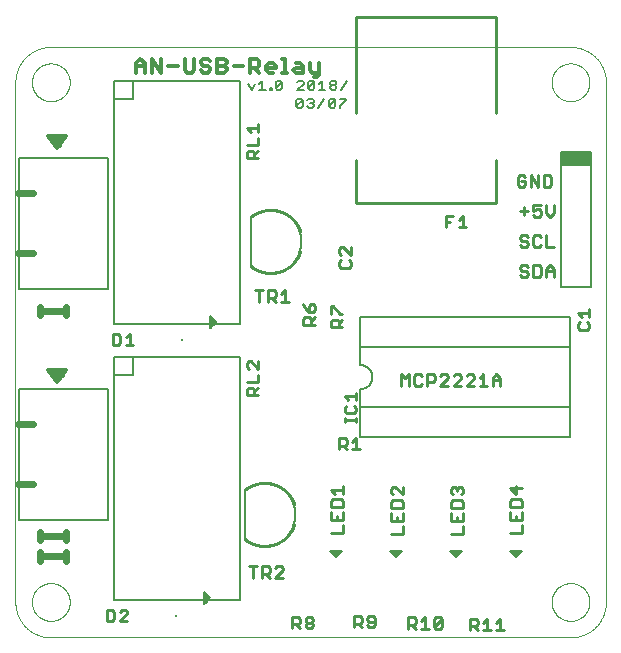
<source format=gto>
G75*
%MOIN*%
%OFA0B0*%
%FSLAX25Y25*%
%IPPOS*%
%LPD*%
%AMOC8*
5,1,8,0,0,1.08239X$1,22.5*
%
%ADD10C,0.00000*%
%ADD11C,0.00900*%
%ADD12C,0.01200*%
%ADD13C,0.00800*%
%ADD14C,0.02200*%
%ADD15C,0.01181*%
%ADD16C,0.00600*%
%ADD17C,0.01000*%
%ADD18C,0.00500*%
%ADD19C,0.00787*%
%ADD20R,0.10000X0.05000*%
%ADD21C,0.02400*%
%ADD22C,0.00080*%
%ADD23R,0.00787X0.00787*%
D10*
X0005724Y0017535D02*
X0005724Y0190764D01*
X0011236Y0190764D02*
X0011238Y0190922D01*
X0011244Y0191080D01*
X0011254Y0191238D01*
X0011268Y0191396D01*
X0011286Y0191553D01*
X0011307Y0191710D01*
X0011333Y0191866D01*
X0011363Y0192022D01*
X0011396Y0192177D01*
X0011434Y0192330D01*
X0011475Y0192483D01*
X0011520Y0192635D01*
X0011569Y0192786D01*
X0011622Y0192935D01*
X0011678Y0193083D01*
X0011738Y0193229D01*
X0011802Y0193374D01*
X0011870Y0193517D01*
X0011941Y0193659D01*
X0012015Y0193799D01*
X0012093Y0193936D01*
X0012175Y0194072D01*
X0012259Y0194206D01*
X0012348Y0194337D01*
X0012439Y0194466D01*
X0012534Y0194593D01*
X0012631Y0194718D01*
X0012732Y0194840D01*
X0012836Y0194959D01*
X0012943Y0195076D01*
X0013053Y0195190D01*
X0013166Y0195301D01*
X0013281Y0195410D01*
X0013399Y0195515D01*
X0013520Y0195617D01*
X0013643Y0195717D01*
X0013769Y0195813D01*
X0013897Y0195906D01*
X0014027Y0195996D01*
X0014160Y0196082D01*
X0014295Y0196166D01*
X0014431Y0196245D01*
X0014570Y0196322D01*
X0014711Y0196394D01*
X0014853Y0196464D01*
X0014997Y0196529D01*
X0015143Y0196591D01*
X0015290Y0196649D01*
X0015439Y0196704D01*
X0015589Y0196755D01*
X0015740Y0196802D01*
X0015892Y0196845D01*
X0016045Y0196884D01*
X0016200Y0196920D01*
X0016355Y0196951D01*
X0016511Y0196979D01*
X0016667Y0197003D01*
X0016824Y0197023D01*
X0016982Y0197039D01*
X0017139Y0197051D01*
X0017298Y0197059D01*
X0017456Y0197063D01*
X0017614Y0197063D01*
X0017772Y0197059D01*
X0017931Y0197051D01*
X0018088Y0197039D01*
X0018246Y0197023D01*
X0018403Y0197003D01*
X0018559Y0196979D01*
X0018715Y0196951D01*
X0018870Y0196920D01*
X0019025Y0196884D01*
X0019178Y0196845D01*
X0019330Y0196802D01*
X0019481Y0196755D01*
X0019631Y0196704D01*
X0019780Y0196649D01*
X0019927Y0196591D01*
X0020073Y0196529D01*
X0020217Y0196464D01*
X0020359Y0196394D01*
X0020500Y0196322D01*
X0020639Y0196245D01*
X0020775Y0196166D01*
X0020910Y0196082D01*
X0021043Y0195996D01*
X0021173Y0195906D01*
X0021301Y0195813D01*
X0021427Y0195717D01*
X0021550Y0195617D01*
X0021671Y0195515D01*
X0021789Y0195410D01*
X0021904Y0195301D01*
X0022017Y0195190D01*
X0022127Y0195076D01*
X0022234Y0194959D01*
X0022338Y0194840D01*
X0022439Y0194718D01*
X0022536Y0194593D01*
X0022631Y0194466D01*
X0022722Y0194337D01*
X0022811Y0194206D01*
X0022895Y0194072D01*
X0022977Y0193936D01*
X0023055Y0193799D01*
X0023129Y0193659D01*
X0023200Y0193517D01*
X0023268Y0193374D01*
X0023332Y0193229D01*
X0023392Y0193083D01*
X0023448Y0192935D01*
X0023501Y0192786D01*
X0023550Y0192635D01*
X0023595Y0192483D01*
X0023636Y0192330D01*
X0023674Y0192177D01*
X0023707Y0192022D01*
X0023737Y0191866D01*
X0023763Y0191710D01*
X0023784Y0191553D01*
X0023802Y0191396D01*
X0023816Y0191238D01*
X0023826Y0191080D01*
X0023832Y0190922D01*
X0023834Y0190764D01*
X0023832Y0190606D01*
X0023826Y0190448D01*
X0023816Y0190290D01*
X0023802Y0190132D01*
X0023784Y0189975D01*
X0023763Y0189818D01*
X0023737Y0189662D01*
X0023707Y0189506D01*
X0023674Y0189351D01*
X0023636Y0189198D01*
X0023595Y0189045D01*
X0023550Y0188893D01*
X0023501Y0188742D01*
X0023448Y0188593D01*
X0023392Y0188445D01*
X0023332Y0188299D01*
X0023268Y0188154D01*
X0023200Y0188011D01*
X0023129Y0187869D01*
X0023055Y0187729D01*
X0022977Y0187592D01*
X0022895Y0187456D01*
X0022811Y0187322D01*
X0022722Y0187191D01*
X0022631Y0187062D01*
X0022536Y0186935D01*
X0022439Y0186810D01*
X0022338Y0186688D01*
X0022234Y0186569D01*
X0022127Y0186452D01*
X0022017Y0186338D01*
X0021904Y0186227D01*
X0021789Y0186118D01*
X0021671Y0186013D01*
X0021550Y0185911D01*
X0021427Y0185811D01*
X0021301Y0185715D01*
X0021173Y0185622D01*
X0021043Y0185532D01*
X0020910Y0185446D01*
X0020775Y0185362D01*
X0020639Y0185283D01*
X0020500Y0185206D01*
X0020359Y0185134D01*
X0020217Y0185064D01*
X0020073Y0184999D01*
X0019927Y0184937D01*
X0019780Y0184879D01*
X0019631Y0184824D01*
X0019481Y0184773D01*
X0019330Y0184726D01*
X0019178Y0184683D01*
X0019025Y0184644D01*
X0018870Y0184608D01*
X0018715Y0184577D01*
X0018559Y0184549D01*
X0018403Y0184525D01*
X0018246Y0184505D01*
X0018088Y0184489D01*
X0017931Y0184477D01*
X0017772Y0184469D01*
X0017614Y0184465D01*
X0017456Y0184465D01*
X0017298Y0184469D01*
X0017139Y0184477D01*
X0016982Y0184489D01*
X0016824Y0184505D01*
X0016667Y0184525D01*
X0016511Y0184549D01*
X0016355Y0184577D01*
X0016200Y0184608D01*
X0016045Y0184644D01*
X0015892Y0184683D01*
X0015740Y0184726D01*
X0015589Y0184773D01*
X0015439Y0184824D01*
X0015290Y0184879D01*
X0015143Y0184937D01*
X0014997Y0184999D01*
X0014853Y0185064D01*
X0014711Y0185134D01*
X0014570Y0185206D01*
X0014431Y0185283D01*
X0014295Y0185362D01*
X0014160Y0185446D01*
X0014027Y0185532D01*
X0013897Y0185622D01*
X0013769Y0185715D01*
X0013643Y0185811D01*
X0013520Y0185911D01*
X0013399Y0186013D01*
X0013281Y0186118D01*
X0013166Y0186227D01*
X0013053Y0186338D01*
X0012943Y0186452D01*
X0012836Y0186569D01*
X0012732Y0186688D01*
X0012631Y0186810D01*
X0012534Y0186935D01*
X0012439Y0187062D01*
X0012348Y0187191D01*
X0012259Y0187322D01*
X0012175Y0187456D01*
X0012093Y0187592D01*
X0012015Y0187729D01*
X0011941Y0187869D01*
X0011870Y0188011D01*
X0011802Y0188154D01*
X0011738Y0188299D01*
X0011678Y0188445D01*
X0011622Y0188593D01*
X0011569Y0188742D01*
X0011520Y0188893D01*
X0011475Y0189045D01*
X0011434Y0189198D01*
X0011396Y0189351D01*
X0011363Y0189506D01*
X0011333Y0189662D01*
X0011307Y0189818D01*
X0011286Y0189975D01*
X0011268Y0190132D01*
X0011254Y0190290D01*
X0011244Y0190448D01*
X0011238Y0190606D01*
X0011236Y0190764D01*
X0005724Y0190764D02*
X0005727Y0191049D01*
X0005738Y0191335D01*
X0005755Y0191620D01*
X0005779Y0191904D01*
X0005810Y0192188D01*
X0005848Y0192471D01*
X0005893Y0192752D01*
X0005944Y0193033D01*
X0006002Y0193313D01*
X0006067Y0193591D01*
X0006139Y0193867D01*
X0006217Y0194141D01*
X0006302Y0194414D01*
X0006394Y0194684D01*
X0006492Y0194952D01*
X0006596Y0195218D01*
X0006707Y0195481D01*
X0006824Y0195741D01*
X0006947Y0195999D01*
X0007077Y0196253D01*
X0007213Y0196504D01*
X0007354Y0196752D01*
X0007502Y0196996D01*
X0007655Y0197237D01*
X0007815Y0197473D01*
X0007980Y0197706D01*
X0008150Y0197935D01*
X0008326Y0198160D01*
X0008508Y0198380D01*
X0008694Y0198596D01*
X0008886Y0198807D01*
X0009083Y0199014D01*
X0009285Y0199216D01*
X0009492Y0199413D01*
X0009703Y0199605D01*
X0009919Y0199791D01*
X0010139Y0199973D01*
X0010364Y0200149D01*
X0010593Y0200319D01*
X0010826Y0200484D01*
X0011062Y0200644D01*
X0011303Y0200797D01*
X0011547Y0200945D01*
X0011795Y0201086D01*
X0012046Y0201222D01*
X0012300Y0201352D01*
X0012558Y0201475D01*
X0012818Y0201592D01*
X0013081Y0201703D01*
X0013347Y0201807D01*
X0013615Y0201905D01*
X0013885Y0201997D01*
X0014158Y0202082D01*
X0014432Y0202160D01*
X0014708Y0202232D01*
X0014986Y0202297D01*
X0015266Y0202355D01*
X0015547Y0202406D01*
X0015828Y0202451D01*
X0016111Y0202489D01*
X0016395Y0202520D01*
X0016679Y0202544D01*
X0016964Y0202561D01*
X0017250Y0202572D01*
X0017535Y0202575D01*
X0190764Y0202575D01*
X0184465Y0190764D02*
X0184467Y0190922D01*
X0184473Y0191080D01*
X0184483Y0191238D01*
X0184497Y0191396D01*
X0184515Y0191553D01*
X0184536Y0191710D01*
X0184562Y0191866D01*
X0184592Y0192022D01*
X0184625Y0192177D01*
X0184663Y0192330D01*
X0184704Y0192483D01*
X0184749Y0192635D01*
X0184798Y0192786D01*
X0184851Y0192935D01*
X0184907Y0193083D01*
X0184967Y0193229D01*
X0185031Y0193374D01*
X0185099Y0193517D01*
X0185170Y0193659D01*
X0185244Y0193799D01*
X0185322Y0193936D01*
X0185404Y0194072D01*
X0185488Y0194206D01*
X0185577Y0194337D01*
X0185668Y0194466D01*
X0185763Y0194593D01*
X0185860Y0194718D01*
X0185961Y0194840D01*
X0186065Y0194959D01*
X0186172Y0195076D01*
X0186282Y0195190D01*
X0186395Y0195301D01*
X0186510Y0195410D01*
X0186628Y0195515D01*
X0186749Y0195617D01*
X0186872Y0195717D01*
X0186998Y0195813D01*
X0187126Y0195906D01*
X0187256Y0195996D01*
X0187389Y0196082D01*
X0187524Y0196166D01*
X0187660Y0196245D01*
X0187799Y0196322D01*
X0187940Y0196394D01*
X0188082Y0196464D01*
X0188226Y0196529D01*
X0188372Y0196591D01*
X0188519Y0196649D01*
X0188668Y0196704D01*
X0188818Y0196755D01*
X0188969Y0196802D01*
X0189121Y0196845D01*
X0189274Y0196884D01*
X0189429Y0196920D01*
X0189584Y0196951D01*
X0189740Y0196979D01*
X0189896Y0197003D01*
X0190053Y0197023D01*
X0190211Y0197039D01*
X0190368Y0197051D01*
X0190527Y0197059D01*
X0190685Y0197063D01*
X0190843Y0197063D01*
X0191001Y0197059D01*
X0191160Y0197051D01*
X0191317Y0197039D01*
X0191475Y0197023D01*
X0191632Y0197003D01*
X0191788Y0196979D01*
X0191944Y0196951D01*
X0192099Y0196920D01*
X0192254Y0196884D01*
X0192407Y0196845D01*
X0192559Y0196802D01*
X0192710Y0196755D01*
X0192860Y0196704D01*
X0193009Y0196649D01*
X0193156Y0196591D01*
X0193302Y0196529D01*
X0193446Y0196464D01*
X0193588Y0196394D01*
X0193729Y0196322D01*
X0193868Y0196245D01*
X0194004Y0196166D01*
X0194139Y0196082D01*
X0194272Y0195996D01*
X0194402Y0195906D01*
X0194530Y0195813D01*
X0194656Y0195717D01*
X0194779Y0195617D01*
X0194900Y0195515D01*
X0195018Y0195410D01*
X0195133Y0195301D01*
X0195246Y0195190D01*
X0195356Y0195076D01*
X0195463Y0194959D01*
X0195567Y0194840D01*
X0195668Y0194718D01*
X0195765Y0194593D01*
X0195860Y0194466D01*
X0195951Y0194337D01*
X0196040Y0194206D01*
X0196124Y0194072D01*
X0196206Y0193936D01*
X0196284Y0193799D01*
X0196358Y0193659D01*
X0196429Y0193517D01*
X0196497Y0193374D01*
X0196561Y0193229D01*
X0196621Y0193083D01*
X0196677Y0192935D01*
X0196730Y0192786D01*
X0196779Y0192635D01*
X0196824Y0192483D01*
X0196865Y0192330D01*
X0196903Y0192177D01*
X0196936Y0192022D01*
X0196966Y0191866D01*
X0196992Y0191710D01*
X0197013Y0191553D01*
X0197031Y0191396D01*
X0197045Y0191238D01*
X0197055Y0191080D01*
X0197061Y0190922D01*
X0197063Y0190764D01*
X0197061Y0190606D01*
X0197055Y0190448D01*
X0197045Y0190290D01*
X0197031Y0190132D01*
X0197013Y0189975D01*
X0196992Y0189818D01*
X0196966Y0189662D01*
X0196936Y0189506D01*
X0196903Y0189351D01*
X0196865Y0189198D01*
X0196824Y0189045D01*
X0196779Y0188893D01*
X0196730Y0188742D01*
X0196677Y0188593D01*
X0196621Y0188445D01*
X0196561Y0188299D01*
X0196497Y0188154D01*
X0196429Y0188011D01*
X0196358Y0187869D01*
X0196284Y0187729D01*
X0196206Y0187592D01*
X0196124Y0187456D01*
X0196040Y0187322D01*
X0195951Y0187191D01*
X0195860Y0187062D01*
X0195765Y0186935D01*
X0195668Y0186810D01*
X0195567Y0186688D01*
X0195463Y0186569D01*
X0195356Y0186452D01*
X0195246Y0186338D01*
X0195133Y0186227D01*
X0195018Y0186118D01*
X0194900Y0186013D01*
X0194779Y0185911D01*
X0194656Y0185811D01*
X0194530Y0185715D01*
X0194402Y0185622D01*
X0194272Y0185532D01*
X0194139Y0185446D01*
X0194004Y0185362D01*
X0193868Y0185283D01*
X0193729Y0185206D01*
X0193588Y0185134D01*
X0193446Y0185064D01*
X0193302Y0184999D01*
X0193156Y0184937D01*
X0193009Y0184879D01*
X0192860Y0184824D01*
X0192710Y0184773D01*
X0192559Y0184726D01*
X0192407Y0184683D01*
X0192254Y0184644D01*
X0192099Y0184608D01*
X0191944Y0184577D01*
X0191788Y0184549D01*
X0191632Y0184525D01*
X0191475Y0184505D01*
X0191317Y0184489D01*
X0191160Y0184477D01*
X0191001Y0184469D01*
X0190843Y0184465D01*
X0190685Y0184465D01*
X0190527Y0184469D01*
X0190368Y0184477D01*
X0190211Y0184489D01*
X0190053Y0184505D01*
X0189896Y0184525D01*
X0189740Y0184549D01*
X0189584Y0184577D01*
X0189429Y0184608D01*
X0189274Y0184644D01*
X0189121Y0184683D01*
X0188969Y0184726D01*
X0188818Y0184773D01*
X0188668Y0184824D01*
X0188519Y0184879D01*
X0188372Y0184937D01*
X0188226Y0184999D01*
X0188082Y0185064D01*
X0187940Y0185134D01*
X0187799Y0185206D01*
X0187660Y0185283D01*
X0187524Y0185362D01*
X0187389Y0185446D01*
X0187256Y0185532D01*
X0187126Y0185622D01*
X0186998Y0185715D01*
X0186872Y0185811D01*
X0186749Y0185911D01*
X0186628Y0186013D01*
X0186510Y0186118D01*
X0186395Y0186227D01*
X0186282Y0186338D01*
X0186172Y0186452D01*
X0186065Y0186569D01*
X0185961Y0186688D01*
X0185860Y0186810D01*
X0185763Y0186935D01*
X0185668Y0187062D01*
X0185577Y0187191D01*
X0185488Y0187322D01*
X0185404Y0187456D01*
X0185322Y0187592D01*
X0185244Y0187729D01*
X0185170Y0187869D01*
X0185099Y0188011D01*
X0185031Y0188154D01*
X0184967Y0188299D01*
X0184907Y0188445D01*
X0184851Y0188593D01*
X0184798Y0188742D01*
X0184749Y0188893D01*
X0184704Y0189045D01*
X0184663Y0189198D01*
X0184625Y0189351D01*
X0184592Y0189506D01*
X0184562Y0189662D01*
X0184536Y0189818D01*
X0184515Y0189975D01*
X0184497Y0190132D01*
X0184483Y0190290D01*
X0184473Y0190448D01*
X0184467Y0190606D01*
X0184465Y0190764D01*
X0190764Y0202575D02*
X0191049Y0202572D01*
X0191335Y0202561D01*
X0191620Y0202544D01*
X0191904Y0202520D01*
X0192188Y0202489D01*
X0192471Y0202451D01*
X0192752Y0202406D01*
X0193033Y0202355D01*
X0193313Y0202297D01*
X0193591Y0202232D01*
X0193867Y0202160D01*
X0194141Y0202082D01*
X0194414Y0201997D01*
X0194684Y0201905D01*
X0194952Y0201807D01*
X0195218Y0201703D01*
X0195481Y0201592D01*
X0195741Y0201475D01*
X0195999Y0201352D01*
X0196253Y0201222D01*
X0196504Y0201086D01*
X0196752Y0200945D01*
X0196996Y0200797D01*
X0197237Y0200644D01*
X0197473Y0200484D01*
X0197706Y0200319D01*
X0197935Y0200149D01*
X0198160Y0199973D01*
X0198380Y0199791D01*
X0198596Y0199605D01*
X0198807Y0199413D01*
X0199014Y0199216D01*
X0199216Y0199014D01*
X0199413Y0198807D01*
X0199605Y0198596D01*
X0199791Y0198380D01*
X0199973Y0198160D01*
X0200149Y0197935D01*
X0200319Y0197706D01*
X0200484Y0197473D01*
X0200644Y0197237D01*
X0200797Y0196996D01*
X0200945Y0196752D01*
X0201086Y0196504D01*
X0201222Y0196253D01*
X0201352Y0195999D01*
X0201475Y0195741D01*
X0201592Y0195481D01*
X0201703Y0195218D01*
X0201807Y0194952D01*
X0201905Y0194684D01*
X0201997Y0194414D01*
X0202082Y0194141D01*
X0202160Y0193867D01*
X0202232Y0193591D01*
X0202297Y0193313D01*
X0202355Y0193033D01*
X0202406Y0192752D01*
X0202451Y0192471D01*
X0202489Y0192188D01*
X0202520Y0191904D01*
X0202544Y0191620D01*
X0202561Y0191335D01*
X0202572Y0191049D01*
X0202575Y0190764D01*
X0202575Y0017535D01*
X0184465Y0017535D02*
X0184467Y0017693D01*
X0184473Y0017851D01*
X0184483Y0018009D01*
X0184497Y0018167D01*
X0184515Y0018324D01*
X0184536Y0018481D01*
X0184562Y0018637D01*
X0184592Y0018793D01*
X0184625Y0018948D01*
X0184663Y0019101D01*
X0184704Y0019254D01*
X0184749Y0019406D01*
X0184798Y0019557D01*
X0184851Y0019706D01*
X0184907Y0019854D01*
X0184967Y0020000D01*
X0185031Y0020145D01*
X0185099Y0020288D01*
X0185170Y0020430D01*
X0185244Y0020570D01*
X0185322Y0020707D01*
X0185404Y0020843D01*
X0185488Y0020977D01*
X0185577Y0021108D01*
X0185668Y0021237D01*
X0185763Y0021364D01*
X0185860Y0021489D01*
X0185961Y0021611D01*
X0186065Y0021730D01*
X0186172Y0021847D01*
X0186282Y0021961D01*
X0186395Y0022072D01*
X0186510Y0022181D01*
X0186628Y0022286D01*
X0186749Y0022388D01*
X0186872Y0022488D01*
X0186998Y0022584D01*
X0187126Y0022677D01*
X0187256Y0022767D01*
X0187389Y0022853D01*
X0187524Y0022937D01*
X0187660Y0023016D01*
X0187799Y0023093D01*
X0187940Y0023165D01*
X0188082Y0023235D01*
X0188226Y0023300D01*
X0188372Y0023362D01*
X0188519Y0023420D01*
X0188668Y0023475D01*
X0188818Y0023526D01*
X0188969Y0023573D01*
X0189121Y0023616D01*
X0189274Y0023655D01*
X0189429Y0023691D01*
X0189584Y0023722D01*
X0189740Y0023750D01*
X0189896Y0023774D01*
X0190053Y0023794D01*
X0190211Y0023810D01*
X0190368Y0023822D01*
X0190527Y0023830D01*
X0190685Y0023834D01*
X0190843Y0023834D01*
X0191001Y0023830D01*
X0191160Y0023822D01*
X0191317Y0023810D01*
X0191475Y0023794D01*
X0191632Y0023774D01*
X0191788Y0023750D01*
X0191944Y0023722D01*
X0192099Y0023691D01*
X0192254Y0023655D01*
X0192407Y0023616D01*
X0192559Y0023573D01*
X0192710Y0023526D01*
X0192860Y0023475D01*
X0193009Y0023420D01*
X0193156Y0023362D01*
X0193302Y0023300D01*
X0193446Y0023235D01*
X0193588Y0023165D01*
X0193729Y0023093D01*
X0193868Y0023016D01*
X0194004Y0022937D01*
X0194139Y0022853D01*
X0194272Y0022767D01*
X0194402Y0022677D01*
X0194530Y0022584D01*
X0194656Y0022488D01*
X0194779Y0022388D01*
X0194900Y0022286D01*
X0195018Y0022181D01*
X0195133Y0022072D01*
X0195246Y0021961D01*
X0195356Y0021847D01*
X0195463Y0021730D01*
X0195567Y0021611D01*
X0195668Y0021489D01*
X0195765Y0021364D01*
X0195860Y0021237D01*
X0195951Y0021108D01*
X0196040Y0020977D01*
X0196124Y0020843D01*
X0196206Y0020707D01*
X0196284Y0020570D01*
X0196358Y0020430D01*
X0196429Y0020288D01*
X0196497Y0020145D01*
X0196561Y0020000D01*
X0196621Y0019854D01*
X0196677Y0019706D01*
X0196730Y0019557D01*
X0196779Y0019406D01*
X0196824Y0019254D01*
X0196865Y0019101D01*
X0196903Y0018948D01*
X0196936Y0018793D01*
X0196966Y0018637D01*
X0196992Y0018481D01*
X0197013Y0018324D01*
X0197031Y0018167D01*
X0197045Y0018009D01*
X0197055Y0017851D01*
X0197061Y0017693D01*
X0197063Y0017535D01*
X0197061Y0017377D01*
X0197055Y0017219D01*
X0197045Y0017061D01*
X0197031Y0016903D01*
X0197013Y0016746D01*
X0196992Y0016589D01*
X0196966Y0016433D01*
X0196936Y0016277D01*
X0196903Y0016122D01*
X0196865Y0015969D01*
X0196824Y0015816D01*
X0196779Y0015664D01*
X0196730Y0015513D01*
X0196677Y0015364D01*
X0196621Y0015216D01*
X0196561Y0015070D01*
X0196497Y0014925D01*
X0196429Y0014782D01*
X0196358Y0014640D01*
X0196284Y0014500D01*
X0196206Y0014363D01*
X0196124Y0014227D01*
X0196040Y0014093D01*
X0195951Y0013962D01*
X0195860Y0013833D01*
X0195765Y0013706D01*
X0195668Y0013581D01*
X0195567Y0013459D01*
X0195463Y0013340D01*
X0195356Y0013223D01*
X0195246Y0013109D01*
X0195133Y0012998D01*
X0195018Y0012889D01*
X0194900Y0012784D01*
X0194779Y0012682D01*
X0194656Y0012582D01*
X0194530Y0012486D01*
X0194402Y0012393D01*
X0194272Y0012303D01*
X0194139Y0012217D01*
X0194004Y0012133D01*
X0193868Y0012054D01*
X0193729Y0011977D01*
X0193588Y0011905D01*
X0193446Y0011835D01*
X0193302Y0011770D01*
X0193156Y0011708D01*
X0193009Y0011650D01*
X0192860Y0011595D01*
X0192710Y0011544D01*
X0192559Y0011497D01*
X0192407Y0011454D01*
X0192254Y0011415D01*
X0192099Y0011379D01*
X0191944Y0011348D01*
X0191788Y0011320D01*
X0191632Y0011296D01*
X0191475Y0011276D01*
X0191317Y0011260D01*
X0191160Y0011248D01*
X0191001Y0011240D01*
X0190843Y0011236D01*
X0190685Y0011236D01*
X0190527Y0011240D01*
X0190368Y0011248D01*
X0190211Y0011260D01*
X0190053Y0011276D01*
X0189896Y0011296D01*
X0189740Y0011320D01*
X0189584Y0011348D01*
X0189429Y0011379D01*
X0189274Y0011415D01*
X0189121Y0011454D01*
X0188969Y0011497D01*
X0188818Y0011544D01*
X0188668Y0011595D01*
X0188519Y0011650D01*
X0188372Y0011708D01*
X0188226Y0011770D01*
X0188082Y0011835D01*
X0187940Y0011905D01*
X0187799Y0011977D01*
X0187660Y0012054D01*
X0187524Y0012133D01*
X0187389Y0012217D01*
X0187256Y0012303D01*
X0187126Y0012393D01*
X0186998Y0012486D01*
X0186872Y0012582D01*
X0186749Y0012682D01*
X0186628Y0012784D01*
X0186510Y0012889D01*
X0186395Y0012998D01*
X0186282Y0013109D01*
X0186172Y0013223D01*
X0186065Y0013340D01*
X0185961Y0013459D01*
X0185860Y0013581D01*
X0185763Y0013706D01*
X0185668Y0013833D01*
X0185577Y0013962D01*
X0185488Y0014093D01*
X0185404Y0014227D01*
X0185322Y0014363D01*
X0185244Y0014500D01*
X0185170Y0014640D01*
X0185099Y0014782D01*
X0185031Y0014925D01*
X0184967Y0015070D01*
X0184907Y0015216D01*
X0184851Y0015364D01*
X0184798Y0015513D01*
X0184749Y0015664D01*
X0184704Y0015816D01*
X0184663Y0015969D01*
X0184625Y0016122D01*
X0184592Y0016277D01*
X0184562Y0016433D01*
X0184536Y0016589D01*
X0184515Y0016746D01*
X0184497Y0016903D01*
X0184483Y0017061D01*
X0184473Y0017219D01*
X0184467Y0017377D01*
X0184465Y0017535D01*
X0190764Y0005724D02*
X0191049Y0005727D01*
X0191335Y0005738D01*
X0191620Y0005755D01*
X0191904Y0005779D01*
X0192188Y0005810D01*
X0192471Y0005848D01*
X0192752Y0005893D01*
X0193033Y0005944D01*
X0193313Y0006002D01*
X0193591Y0006067D01*
X0193867Y0006139D01*
X0194141Y0006217D01*
X0194414Y0006302D01*
X0194684Y0006394D01*
X0194952Y0006492D01*
X0195218Y0006596D01*
X0195481Y0006707D01*
X0195741Y0006824D01*
X0195999Y0006947D01*
X0196253Y0007077D01*
X0196504Y0007213D01*
X0196752Y0007354D01*
X0196996Y0007502D01*
X0197237Y0007655D01*
X0197473Y0007815D01*
X0197706Y0007980D01*
X0197935Y0008150D01*
X0198160Y0008326D01*
X0198380Y0008508D01*
X0198596Y0008694D01*
X0198807Y0008886D01*
X0199014Y0009083D01*
X0199216Y0009285D01*
X0199413Y0009492D01*
X0199605Y0009703D01*
X0199791Y0009919D01*
X0199973Y0010139D01*
X0200149Y0010364D01*
X0200319Y0010593D01*
X0200484Y0010826D01*
X0200644Y0011062D01*
X0200797Y0011303D01*
X0200945Y0011547D01*
X0201086Y0011795D01*
X0201222Y0012046D01*
X0201352Y0012300D01*
X0201475Y0012558D01*
X0201592Y0012818D01*
X0201703Y0013081D01*
X0201807Y0013347D01*
X0201905Y0013615D01*
X0201997Y0013885D01*
X0202082Y0014158D01*
X0202160Y0014432D01*
X0202232Y0014708D01*
X0202297Y0014986D01*
X0202355Y0015266D01*
X0202406Y0015547D01*
X0202451Y0015828D01*
X0202489Y0016111D01*
X0202520Y0016395D01*
X0202544Y0016679D01*
X0202561Y0016964D01*
X0202572Y0017250D01*
X0202575Y0017535D01*
X0190764Y0005724D02*
X0017535Y0005724D01*
X0011236Y0017535D02*
X0011238Y0017693D01*
X0011244Y0017851D01*
X0011254Y0018009D01*
X0011268Y0018167D01*
X0011286Y0018324D01*
X0011307Y0018481D01*
X0011333Y0018637D01*
X0011363Y0018793D01*
X0011396Y0018948D01*
X0011434Y0019101D01*
X0011475Y0019254D01*
X0011520Y0019406D01*
X0011569Y0019557D01*
X0011622Y0019706D01*
X0011678Y0019854D01*
X0011738Y0020000D01*
X0011802Y0020145D01*
X0011870Y0020288D01*
X0011941Y0020430D01*
X0012015Y0020570D01*
X0012093Y0020707D01*
X0012175Y0020843D01*
X0012259Y0020977D01*
X0012348Y0021108D01*
X0012439Y0021237D01*
X0012534Y0021364D01*
X0012631Y0021489D01*
X0012732Y0021611D01*
X0012836Y0021730D01*
X0012943Y0021847D01*
X0013053Y0021961D01*
X0013166Y0022072D01*
X0013281Y0022181D01*
X0013399Y0022286D01*
X0013520Y0022388D01*
X0013643Y0022488D01*
X0013769Y0022584D01*
X0013897Y0022677D01*
X0014027Y0022767D01*
X0014160Y0022853D01*
X0014295Y0022937D01*
X0014431Y0023016D01*
X0014570Y0023093D01*
X0014711Y0023165D01*
X0014853Y0023235D01*
X0014997Y0023300D01*
X0015143Y0023362D01*
X0015290Y0023420D01*
X0015439Y0023475D01*
X0015589Y0023526D01*
X0015740Y0023573D01*
X0015892Y0023616D01*
X0016045Y0023655D01*
X0016200Y0023691D01*
X0016355Y0023722D01*
X0016511Y0023750D01*
X0016667Y0023774D01*
X0016824Y0023794D01*
X0016982Y0023810D01*
X0017139Y0023822D01*
X0017298Y0023830D01*
X0017456Y0023834D01*
X0017614Y0023834D01*
X0017772Y0023830D01*
X0017931Y0023822D01*
X0018088Y0023810D01*
X0018246Y0023794D01*
X0018403Y0023774D01*
X0018559Y0023750D01*
X0018715Y0023722D01*
X0018870Y0023691D01*
X0019025Y0023655D01*
X0019178Y0023616D01*
X0019330Y0023573D01*
X0019481Y0023526D01*
X0019631Y0023475D01*
X0019780Y0023420D01*
X0019927Y0023362D01*
X0020073Y0023300D01*
X0020217Y0023235D01*
X0020359Y0023165D01*
X0020500Y0023093D01*
X0020639Y0023016D01*
X0020775Y0022937D01*
X0020910Y0022853D01*
X0021043Y0022767D01*
X0021173Y0022677D01*
X0021301Y0022584D01*
X0021427Y0022488D01*
X0021550Y0022388D01*
X0021671Y0022286D01*
X0021789Y0022181D01*
X0021904Y0022072D01*
X0022017Y0021961D01*
X0022127Y0021847D01*
X0022234Y0021730D01*
X0022338Y0021611D01*
X0022439Y0021489D01*
X0022536Y0021364D01*
X0022631Y0021237D01*
X0022722Y0021108D01*
X0022811Y0020977D01*
X0022895Y0020843D01*
X0022977Y0020707D01*
X0023055Y0020570D01*
X0023129Y0020430D01*
X0023200Y0020288D01*
X0023268Y0020145D01*
X0023332Y0020000D01*
X0023392Y0019854D01*
X0023448Y0019706D01*
X0023501Y0019557D01*
X0023550Y0019406D01*
X0023595Y0019254D01*
X0023636Y0019101D01*
X0023674Y0018948D01*
X0023707Y0018793D01*
X0023737Y0018637D01*
X0023763Y0018481D01*
X0023784Y0018324D01*
X0023802Y0018167D01*
X0023816Y0018009D01*
X0023826Y0017851D01*
X0023832Y0017693D01*
X0023834Y0017535D01*
X0023832Y0017377D01*
X0023826Y0017219D01*
X0023816Y0017061D01*
X0023802Y0016903D01*
X0023784Y0016746D01*
X0023763Y0016589D01*
X0023737Y0016433D01*
X0023707Y0016277D01*
X0023674Y0016122D01*
X0023636Y0015969D01*
X0023595Y0015816D01*
X0023550Y0015664D01*
X0023501Y0015513D01*
X0023448Y0015364D01*
X0023392Y0015216D01*
X0023332Y0015070D01*
X0023268Y0014925D01*
X0023200Y0014782D01*
X0023129Y0014640D01*
X0023055Y0014500D01*
X0022977Y0014363D01*
X0022895Y0014227D01*
X0022811Y0014093D01*
X0022722Y0013962D01*
X0022631Y0013833D01*
X0022536Y0013706D01*
X0022439Y0013581D01*
X0022338Y0013459D01*
X0022234Y0013340D01*
X0022127Y0013223D01*
X0022017Y0013109D01*
X0021904Y0012998D01*
X0021789Y0012889D01*
X0021671Y0012784D01*
X0021550Y0012682D01*
X0021427Y0012582D01*
X0021301Y0012486D01*
X0021173Y0012393D01*
X0021043Y0012303D01*
X0020910Y0012217D01*
X0020775Y0012133D01*
X0020639Y0012054D01*
X0020500Y0011977D01*
X0020359Y0011905D01*
X0020217Y0011835D01*
X0020073Y0011770D01*
X0019927Y0011708D01*
X0019780Y0011650D01*
X0019631Y0011595D01*
X0019481Y0011544D01*
X0019330Y0011497D01*
X0019178Y0011454D01*
X0019025Y0011415D01*
X0018870Y0011379D01*
X0018715Y0011348D01*
X0018559Y0011320D01*
X0018403Y0011296D01*
X0018246Y0011276D01*
X0018088Y0011260D01*
X0017931Y0011248D01*
X0017772Y0011240D01*
X0017614Y0011236D01*
X0017456Y0011236D01*
X0017298Y0011240D01*
X0017139Y0011248D01*
X0016982Y0011260D01*
X0016824Y0011276D01*
X0016667Y0011296D01*
X0016511Y0011320D01*
X0016355Y0011348D01*
X0016200Y0011379D01*
X0016045Y0011415D01*
X0015892Y0011454D01*
X0015740Y0011497D01*
X0015589Y0011544D01*
X0015439Y0011595D01*
X0015290Y0011650D01*
X0015143Y0011708D01*
X0014997Y0011770D01*
X0014853Y0011835D01*
X0014711Y0011905D01*
X0014570Y0011977D01*
X0014431Y0012054D01*
X0014295Y0012133D01*
X0014160Y0012217D01*
X0014027Y0012303D01*
X0013897Y0012393D01*
X0013769Y0012486D01*
X0013643Y0012582D01*
X0013520Y0012682D01*
X0013399Y0012784D01*
X0013281Y0012889D01*
X0013166Y0012998D01*
X0013053Y0013109D01*
X0012943Y0013223D01*
X0012836Y0013340D01*
X0012732Y0013459D01*
X0012631Y0013581D01*
X0012534Y0013706D01*
X0012439Y0013833D01*
X0012348Y0013962D01*
X0012259Y0014093D01*
X0012175Y0014227D01*
X0012093Y0014363D01*
X0012015Y0014500D01*
X0011941Y0014640D01*
X0011870Y0014782D01*
X0011802Y0014925D01*
X0011738Y0015070D01*
X0011678Y0015216D01*
X0011622Y0015364D01*
X0011569Y0015513D01*
X0011520Y0015664D01*
X0011475Y0015816D01*
X0011434Y0015969D01*
X0011396Y0016122D01*
X0011363Y0016277D01*
X0011333Y0016433D01*
X0011307Y0016589D01*
X0011286Y0016746D01*
X0011268Y0016903D01*
X0011254Y0017061D01*
X0011244Y0017219D01*
X0011238Y0017377D01*
X0011236Y0017535D01*
X0005724Y0017535D02*
X0005727Y0017250D01*
X0005738Y0016964D01*
X0005755Y0016679D01*
X0005779Y0016395D01*
X0005810Y0016111D01*
X0005848Y0015828D01*
X0005893Y0015547D01*
X0005944Y0015266D01*
X0006002Y0014986D01*
X0006067Y0014708D01*
X0006139Y0014432D01*
X0006217Y0014158D01*
X0006302Y0013885D01*
X0006394Y0013615D01*
X0006492Y0013347D01*
X0006596Y0013081D01*
X0006707Y0012818D01*
X0006824Y0012558D01*
X0006947Y0012300D01*
X0007077Y0012046D01*
X0007213Y0011795D01*
X0007354Y0011547D01*
X0007502Y0011303D01*
X0007655Y0011062D01*
X0007815Y0010826D01*
X0007980Y0010593D01*
X0008150Y0010364D01*
X0008326Y0010139D01*
X0008508Y0009919D01*
X0008694Y0009703D01*
X0008886Y0009492D01*
X0009083Y0009285D01*
X0009285Y0009083D01*
X0009492Y0008886D01*
X0009703Y0008694D01*
X0009919Y0008508D01*
X0010139Y0008326D01*
X0010364Y0008150D01*
X0010593Y0007980D01*
X0010826Y0007815D01*
X0011062Y0007655D01*
X0011303Y0007502D01*
X0011547Y0007354D01*
X0011795Y0007213D01*
X0012046Y0007077D01*
X0012300Y0006947D01*
X0012558Y0006824D01*
X0012818Y0006707D01*
X0013081Y0006596D01*
X0013347Y0006492D01*
X0013615Y0006394D01*
X0013885Y0006302D01*
X0014158Y0006217D01*
X0014432Y0006139D01*
X0014708Y0006067D01*
X0014986Y0006002D01*
X0015266Y0005944D01*
X0015547Y0005893D01*
X0015828Y0005848D01*
X0016111Y0005810D01*
X0016395Y0005779D01*
X0016679Y0005755D01*
X0016964Y0005738D01*
X0017250Y0005727D01*
X0017535Y0005724D01*
D11*
X0036174Y0011174D02*
X0038088Y0011174D01*
X0038726Y0011812D01*
X0038726Y0014364D01*
X0038088Y0015002D01*
X0036174Y0015002D01*
X0036174Y0011174D01*
X0040525Y0011174D02*
X0043076Y0013726D01*
X0043076Y0014364D01*
X0042438Y0015002D01*
X0041163Y0015002D01*
X0040525Y0014364D01*
X0040525Y0011174D02*
X0043076Y0011174D01*
X0083674Y0029502D02*
X0086226Y0029502D01*
X0084950Y0029502D02*
X0084950Y0025674D01*
X0088025Y0025674D02*
X0088025Y0029502D01*
X0089938Y0029502D01*
X0090576Y0028864D01*
X0090576Y0027588D01*
X0089938Y0026950D01*
X0088025Y0026950D01*
X0089300Y0026950D02*
X0090576Y0025674D01*
X0092375Y0025674D02*
X0094927Y0028226D01*
X0094927Y0028864D01*
X0094289Y0029502D01*
X0093013Y0029502D01*
X0092375Y0028864D01*
X0092375Y0025674D02*
X0094927Y0025674D01*
X0098084Y0012597D02*
X0099998Y0012597D01*
X0100636Y0011959D01*
X0100636Y0010683D01*
X0099998Y0010045D01*
X0098084Y0010045D01*
X0099360Y0010045D02*
X0100636Y0008769D01*
X0102434Y0009407D02*
X0102434Y0010045D01*
X0103072Y0010683D01*
X0104348Y0010683D01*
X0104986Y0010045D01*
X0104986Y0009407D01*
X0104348Y0008769D01*
X0103072Y0008769D01*
X0102434Y0009407D01*
X0103072Y0010683D02*
X0102434Y0011321D01*
X0102434Y0011959D01*
X0103072Y0012597D01*
X0104348Y0012597D01*
X0104986Y0011959D01*
X0104986Y0011321D01*
X0104348Y0010683D01*
X0098084Y0008769D02*
X0098084Y0012597D01*
X0118556Y0012912D02*
X0118556Y0009084D01*
X0118556Y0010360D02*
X0120470Y0010360D01*
X0121108Y0010998D01*
X0121108Y0012274D01*
X0120470Y0012912D01*
X0118556Y0012912D01*
X0119832Y0010360D02*
X0121108Y0009084D01*
X0122906Y0009722D02*
X0123544Y0009084D01*
X0124820Y0009084D01*
X0125458Y0009722D01*
X0125458Y0012274D01*
X0124820Y0012912D01*
X0123544Y0012912D01*
X0122906Y0012274D01*
X0122906Y0011636D01*
X0123544Y0010998D01*
X0125458Y0010998D01*
X0136667Y0009887D02*
X0138580Y0009887D01*
X0139218Y0010525D01*
X0139218Y0011801D01*
X0138580Y0012439D01*
X0136667Y0012439D01*
X0136667Y0008611D01*
X0137942Y0009887D02*
X0139218Y0008611D01*
X0141017Y0008611D02*
X0143568Y0008611D01*
X0142293Y0008611D02*
X0142293Y0012439D01*
X0141017Y0011163D01*
X0145367Y0011801D02*
X0145367Y0009249D01*
X0147919Y0011801D01*
X0147919Y0009249D01*
X0147281Y0008611D01*
X0146005Y0008611D01*
X0145367Y0009249D01*
X0145367Y0011801D02*
X0146005Y0012439D01*
X0147281Y0012439D01*
X0147919Y0011801D01*
X0157352Y0011967D02*
X0157352Y0008139D01*
X0157352Y0009415D02*
X0159265Y0009415D01*
X0159903Y0010053D01*
X0159903Y0011329D01*
X0159265Y0011967D01*
X0157352Y0011967D01*
X0158627Y0009415D02*
X0159903Y0008139D01*
X0161702Y0008139D02*
X0164254Y0008139D01*
X0162978Y0008139D02*
X0162978Y0011967D01*
X0161702Y0010691D01*
X0166052Y0010691D02*
X0167328Y0011967D01*
X0167328Y0008139D01*
X0166052Y0008139D02*
X0168604Y0008139D01*
X0170722Y0040545D02*
X0174550Y0040545D01*
X0174550Y0043097D01*
X0174550Y0044896D02*
X0174550Y0047447D01*
X0174550Y0049246D02*
X0174550Y0051160D01*
X0173912Y0051798D01*
X0171360Y0051798D01*
X0170722Y0051160D01*
X0170722Y0049246D01*
X0174550Y0049246D01*
X0172636Y0046171D02*
X0172636Y0044896D01*
X0170722Y0044896D02*
X0174550Y0044896D01*
X0170722Y0044896D02*
X0170722Y0047447D01*
X0172636Y0053596D02*
X0170722Y0055510D01*
X0174550Y0055510D01*
X0172636Y0056148D02*
X0172636Y0053596D01*
X0154763Y0054021D02*
X0154125Y0053383D01*
X0154763Y0054021D02*
X0154763Y0055297D01*
X0154125Y0055935D01*
X0153487Y0055935D01*
X0152849Y0055297D01*
X0152849Y0054659D01*
X0152849Y0055297D02*
X0152211Y0055935D01*
X0151573Y0055935D01*
X0150935Y0055297D01*
X0150935Y0054021D01*
X0151573Y0053383D01*
X0151573Y0051585D02*
X0150935Y0050947D01*
X0150935Y0049033D01*
X0154763Y0049033D01*
X0154763Y0050947D01*
X0154125Y0051585D01*
X0151573Y0051585D01*
X0150935Y0047235D02*
X0150935Y0044683D01*
X0154763Y0044683D01*
X0154763Y0047235D01*
X0152849Y0045959D02*
X0152849Y0044683D01*
X0154763Y0042885D02*
X0154763Y0040333D01*
X0150935Y0040333D01*
X0134763Y0040333D02*
X0134763Y0042885D01*
X0134763Y0044683D02*
X0134763Y0047235D01*
X0134763Y0049033D02*
X0134763Y0050947D01*
X0134125Y0051585D01*
X0131573Y0051585D01*
X0130935Y0050947D01*
X0130935Y0049033D01*
X0134763Y0049033D01*
X0132849Y0045959D02*
X0132849Y0044683D01*
X0130935Y0044683D02*
X0134763Y0044683D01*
X0130935Y0044683D02*
X0130935Y0047235D01*
X0131573Y0053383D02*
X0130935Y0054021D01*
X0130935Y0055297D01*
X0131573Y0055935D01*
X0132211Y0055935D01*
X0134763Y0053383D01*
X0134763Y0055935D01*
X0120616Y0068399D02*
X0118064Y0068399D01*
X0119340Y0068399D02*
X0119340Y0072226D01*
X0118064Y0070951D01*
X0116266Y0071589D02*
X0116266Y0070313D01*
X0115628Y0069675D01*
X0113714Y0069675D01*
X0114990Y0069675D02*
X0116266Y0068399D01*
X0113714Y0068399D02*
X0113714Y0072226D01*
X0115628Y0072226D01*
X0116266Y0071589D01*
X0115447Y0077525D02*
X0115447Y0078801D01*
X0115447Y0078163D02*
X0119274Y0078163D01*
X0119274Y0077525D02*
X0119274Y0078801D01*
X0118636Y0080425D02*
X0116085Y0080425D01*
X0115447Y0081063D01*
X0115447Y0082339D01*
X0116085Y0082977D01*
X0116723Y0084775D02*
X0115447Y0086051D01*
X0119274Y0086051D01*
X0119274Y0084775D02*
X0119274Y0087327D01*
X0118636Y0082977D02*
X0119274Y0082339D01*
X0119274Y0081063D01*
X0118636Y0080425D01*
X0134365Y0089639D02*
X0134365Y0093467D01*
X0135641Y0092191D01*
X0136917Y0093467D01*
X0136917Y0089639D01*
X0138715Y0090277D02*
X0139353Y0089639D01*
X0140629Y0089639D01*
X0141267Y0090277D01*
X0143065Y0090915D02*
X0144979Y0090915D01*
X0145617Y0091553D01*
X0145617Y0092829D01*
X0144979Y0093467D01*
X0143065Y0093467D01*
X0143065Y0089639D01*
X0141267Y0092829D02*
X0140629Y0093467D01*
X0139353Y0093467D01*
X0138715Y0092829D01*
X0138715Y0090277D01*
X0147416Y0089639D02*
X0149967Y0092191D01*
X0149967Y0092829D01*
X0149329Y0093467D01*
X0148054Y0093467D01*
X0147416Y0092829D01*
X0147416Y0089639D02*
X0149967Y0089639D01*
X0151766Y0089639D02*
X0154318Y0092191D01*
X0154318Y0092829D01*
X0153680Y0093467D01*
X0152404Y0093467D01*
X0151766Y0092829D01*
X0151766Y0089639D02*
X0154318Y0089639D01*
X0156116Y0089639D02*
X0158668Y0092191D01*
X0158668Y0092829D01*
X0158030Y0093467D01*
X0156754Y0093467D01*
X0156116Y0092829D01*
X0156116Y0089639D02*
X0158668Y0089639D01*
X0160466Y0089639D02*
X0163018Y0089639D01*
X0161742Y0089639D02*
X0161742Y0093467D01*
X0160466Y0092191D01*
X0164816Y0092191D02*
X0164816Y0089639D01*
X0164816Y0091553D02*
X0167368Y0091553D01*
X0167368Y0092191D02*
X0167368Y0089639D01*
X0167368Y0092191D02*
X0166092Y0093467D01*
X0164816Y0092191D01*
X0193199Y0108801D02*
X0193837Y0108163D01*
X0196388Y0108163D01*
X0197026Y0108801D01*
X0197026Y0110076D01*
X0196388Y0110714D01*
X0197026Y0112513D02*
X0197026Y0115065D01*
X0197026Y0113789D02*
X0193199Y0113789D01*
X0194475Y0112513D01*
X0193837Y0110714D02*
X0193199Y0110076D01*
X0193199Y0108801D01*
X0185163Y0125938D02*
X0185163Y0128490D01*
X0183888Y0129766D01*
X0182612Y0128490D01*
X0182612Y0125938D01*
X0180813Y0126576D02*
X0180813Y0129128D01*
X0180175Y0129766D01*
X0178261Y0129766D01*
X0178261Y0125938D01*
X0180175Y0125938D01*
X0180813Y0126576D01*
X0182612Y0127852D02*
X0185163Y0127852D01*
X0185163Y0135938D02*
X0182612Y0135938D01*
X0182612Y0139766D01*
X0180813Y0139128D02*
X0180175Y0139766D01*
X0178899Y0139766D01*
X0178261Y0139128D01*
X0178261Y0136576D01*
X0178899Y0135938D01*
X0180175Y0135938D01*
X0180813Y0136576D01*
X0176463Y0136576D02*
X0175825Y0135938D01*
X0174549Y0135938D01*
X0173911Y0136576D01*
X0174549Y0137852D02*
X0173911Y0138490D01*
X0173911Y0139128D01*
X0174549Y0139766D01*
X0175825Y0139766D01*
X0176463Y0139128D01*
X0175825Y0137852D02*
X0176463Y0137214D01*
X0176463Y0136576D01*
X0175825Y0137852D02*
X0174549Y0137852D01*
X0174549Y0129766D02*
X0173911Y0129128D01*
X0173911Y0128490D01*
X0174549Y0127852D01*
X0175825Y0127852D01*
X0176463Y0127214D01*
X0176463Y0126576D01*
X0175825Y0125938D01*
X0174549Y0125938D01*
X0173911Y0126576D01*
X0174549Y0129766D02*
X0175825Y0129766D01*
X0176463Y0129128D01*
X0178899Y0145938D02*
X0178261Y0146576D01*
X0178899Y0145938D02*
X0180175Y0145938D01*
X0180813Y0146576D01*
X0180813Y0147852D01*
X0180175Y0148490D01*
X0179537Y0148490D01*
X0178261Y0147852D01*
X0178261Y0149766D01*
X0180813Y0149766D01*
X0182612Y0149766D02*
X0182612Y0147214D01*
X0183888Y0145938D01*
X0185163Y0147214D01*
X0185163Y0149766D01*
X0183738Y0155938D02*
X0181824Y0155938D01*
X0181824Y0159766D01*
X0183738Y0159766D01*
X0184376Y0159128D01*
X0184376Y0156576D01*
X0183738Y0155938D01*
X0180026Y0155938D02*
X0180026Y0159766D01*
X0177474Y0159766D02*
X0180026Y0155938D01*
X0177474Y0155938D02*
X0177474Y0159766D01*
X0175676Y0159128D02*
X0175038Y0159766D01*
X0173762Y0159766D01*
X0173124Y0159128D01*
X0173124Y0156576D01*
X0173762Y0155938D01*
X0175038Y0155938D01*
X0175676Y0156576D01*
X0175676Y0157852D01*
X0174400Y0157852D01*
X0175187Y0149128D02*
X0175187Y0146576D01*
X0173911Y0147852D02*
X0176463Y0147852D01*
X0156089Y0142438D02*
X0153537Y0142438D01*
X0154813Y0142438D02*
X0154813Y0146266D01*
X0153537Y0144990D01*
X0151738Y0146266D02*
X0149187Y0146266D01*
X0149187Y0142438D01*
X0149187Y0144352D02*
X0150463Y0144352D01*
X0117499Y0135726D02*
X0117499Y0133175D01*
X0114947Y0135726D01*
X0114309Y0135726D01*
X0113671Y0135088D01*
X0113671Y0133813D01*
X0114309Y0133175D01*
X0114309Y0131376D02*
X0113671Y0130738D01*
X0113671Y0129462D01*
X0114309Y0128824D01*
X0116861Y0128824D01*
X0117499Y0129462D01*
X0117499Y0130738D01*
X0116861Y0131376D01*
X0111534Y0116049D02*
X0110896Y0116049D01*
X0110896Y0113497D01*
X0111534Y0111699D02*
X0112809Y0111699D01*
X0113447Y0111061D01*
X0113447Y0109147D01*
X0113447Y0110423D02*
X0114723Y0111699D01*
X0114723Y0113497D02*
X0114085Y0113497D01*
X0111534Y0116049D01*
X0111534Y0111699D02*
X0110896Y0111061D01*
X0110896Y0109147D01*
X0114723Y0109147D01*
X0105511Y0109934D02*
X0101683Y0109934D01*
X0101683Y0111848D01*
X0102321Y0112486D01*
X0103597Y0112486D01*
X0104235Y0111848D01*
X0104235Y0109934D01*
X0104235Y0111210D02*
X0105511Y0112486D01*
X0104873Y0114284D02*
X0105511Y0114922D01*
X0105511Y0116198D01*
X0104873Y0116836D01*
X0104235Y0116836D01*
X0103597Y0116198D01*
X0103597Y0114284D01*
X0104873Y0114284D01*
X0103597Y0114284D02*
X0102321Y0115560D01*
X0101683Y0116836D01*
X0096927Y0117674D02*
X0094375Y0117674D01*
X0095651Y0117674D02*
X0095651Y0121502D01*
X0094375Y0120226D01*
X0092576Y0120864D02*
X0092576Y0119588D01*
X0091938Y0118950D01*
X0090025Y0118950D01*
X0091300Y0118950D02*
X0092576Y0117674D01*
X0090025Y0117674D02*
X0090025Y0121502D01*
X0091938Y0121502D01*
X0092576Y0120864D01*
X0088226Y0121502D02*
X0085674Y0121502D01*
X0086950Y0121502D02*
X0086950Y0117674D01*
X0086652Y0097715D02*
X0086652Y0095163D01*
X0084101Y0097715D01*
X0083463Y0097715D01*
X0082825Y0097077D01*
X0082825Y0095801D01*
X0083463Y0095163D01*
X0086652Y0093364D02*
X0086652Y0090813D01*
X0082825Y0090813D01*
X0083463Y0089014D02*
X0084739Y0089014D01*
X0085376Y0088376D01*
X0085376Y0086462D01*
X0085376Y0087738D02*
X0086652Y0089014D01*
X0086652Y0086462D02*
X0082825Y0086462D01*
X0082825Y0088376D01*
X0083463Y0089014D01*
X0114763Y0056148D02*
X0114763Y0053596D01*
X0114763Y0054872D02*
X0110935Y0054872D01*
X0112211Y0053596D01*
X0111573Y0051798D02*
X0110935Y0051160D01*
X0110935Y0049246D01*
X0114763Y0049246D01*
X0114763Y0051160D01*
X0114125Y0051798D01*
X0111573Y0051798D01*
X0110935Y0047447D02*
X0110935Y0044896D01*
X0114763Y0044896D01*
X0114763Y0047447D01*
X0112849Y0046171D02*
X0112849Y0044896D01*
X0114763Y0043097D02*
X0114763Y0040545D01*
X0110935Y0040545D01*
X0130935Y0040333D02*
X0134763Y0040333D01*
X0045076Y0103174D02*
X0042525Y0103174D01*
X0043800Y0103174D02*
X0043800Y0107002D01*
X0042525Y0105726D01*
X0040726Y0106364D02*
X0040726Y0103812D01*
X0040088Y0103174D01*
X0038174Y0103174D01*
X0038174Y0107002D01*
X0040088Y0107002D01*
X0040726Y0106364D01*
X0082825Y0165462D02*
X0082825Y0167376D01*
X0083463Y0168014D01*
X0084739Y0168014D01*
X0085376Y0167376D01*
X0085376Y0165462D01*
X0085376Y0166738D02*
X0086652Y0168014D01*
X0086652Y0169813D02*
X0086652Y0172364D01*
X0086652Y0174163D02*
X0086652Y0176715D01*
X0086652Y0175439D02*
X0082825Y0175439D01*
X0084101Y0174163D01*
X0082825Y0169813D02*
X0086652Y0169813D01*
X0086652Y0165462D02*
X0082825Y0165462D01*
D12*
X0105385Y0192392D02*
X0106170Y0192392D01*
X0106955Y0193177D01*
X0106955Y0197102D01*
X0103815Y0197102D02*
X0103815Y0194747D01*
X0104600Y0193962D01*
X0106955Y0193962D01*
X0101517Y0193962D02*
X0099162Y0193962D01*
X0098377Y0194747D01*
X0099162Y0195532D01*
X0101517Y0195532D01*
X0101517Y0196317D02*
X0101517Y0193962D01*
X0101517Y0196317D02*
X0100732Y0197102D01*
X0099162Y0197102D01*
X0095537Y0198672D02*
X0095537Y0193962D01*
X0094752Y0193962D02*
X0096322Y0193962D01*
X0092454Y0195532D02*
X0089314Y0195532D01*
X0089314Y0194747D02*
X0089314Y0196317D01*
X0090099Y0197102D01*
X0091669Y0197102D01*
X0092454Y0196317D01*
X0092454Y0195532D01*
X0091669Y0193962D02*
X0090099Y0193962D01*
X0089314Y0194747D01*
X0087016Y0193962D02*
X0085446Y0195532D01*
X0086231Y0195532D02*
X0083877Y0195532D01*
X0083877Y0193962D02*
X0083877Y0198672D01*
X0086231Y0198672D01*
X0087016Y0197887D01*
X0087016Y0196317D01*
X0086231Y0195532D01*
X0081579Y0196317D02*
X0078439Y0196317D01*
X0076141Y0197102D02*
X0075356Y0196317D01*
X0073001Y0196317D01*
X0073001Y0193962D02*
X0073001Y0198672D01*
X0075356Y0198672D01*
X0076141Y0197887D01*
X0076141Y0197102D01*
X0075356Y0196317D02*
X0076141Y0195532D01*
X0076141Y0194747D01*
X0075356Y0193962D01*
X0073001Y0193962D01*
X0070703Y0194747D02*
X0070703Y0195532D01*
X0069918Y0196317D01*
X0068348Y0196317D01*
X0067563Y0197102D01*
X0067563Y0197887D01*
X0068348Y0198672D01*
X0069918Y0198672D01*
X0070703Y0197887D01*
X0070703Y0194747D02*
X0069918Y0193962D01*
X0068348Y0193962D01*
X0067563Y0194747D01*
X0065265Y0194747D02*
X0065265Y0198672D01*
X0062126Y0198672D02*
X0062126Y0194747D01*
X0062911Y0193962D01*
X0064480Y0193962D01*
X0065265Y0194747D01*
X0059828Y0196317D02*
X0056688Y0196317D01*
X0054390Y0193962D02*
X0054390Y0198672D01*
X0051250Y0198672D02*
X0054390Y0193962D01*
X0051250Y0193962D02*
X0051250Y0198672D01*
X0048952Y0197102D02*
X0048952Y0193962D01*
X0048952Y0196317D02*
X0045813Y0196317D01*
X0045813Y0197102D02*
X0045813Y0193962D01*
X0045813Y0197102D02*
X0047382Y0198672D01*
X0048952Y0197102D01*
X0094752Y0198672D02*
X0095537Y0198672D01*
D13*
X0094025Y0191366D02*
X0094548Y0190843D01*
X0092455Y0188750D01*
X0092978Y0188227D01*
X0094025Y0188227D01*
X0094548Y0188750D01*
X0094548Y0190843D01*
X0094025Y0191366D02*
X0092978Y0191366D01*
X0092455Y0190843D01*
X0092455Y0188750D01*
X0091166Y0188750D02*
X0091166Y0188227D01*
X0090642Y0188227D01*
X0090642Y0188750D01*
X0091166Y0188750D01*
X0089110Y0188227D02*
X0087017Y0188227D01*
X0088064Y0188227D02*
X0088064Y0191366D01*
X0087017Y0190320D01*
X0085485Y0190320D02*
X0084439Y0188227D01*
X0083392Y0190320D01*
X0099705Y0190843D02*
X0100229Y0191366D01*
X0101275Y0191366D01*
X0101798Y0190843D01*
X0101798Y0190320D01*
X0099705Y0188227D01*
X0101798Y0188227D01*
X0103330Y0188750D02*
X0105423Y0190843D01*
X0105423Y0188750D01*
X0104900Y0188227D01*
X0103854Y0188227D01*
X0103330Y0188750D01*
X0103330Y0190843D01*
X0103854Y0191366D01*
X0104900Y0191366D01*
X0105423Y0190843D01*
X0106955Y0190320D02*
X0108002Y0191366D01*
X0108002Y0188227D01*
X0106955Y0188227D02*
X0109049Y0188227D01*
X0110581Y0188750D02*
X0110581Y0189273D01*
X0111104Y0189797D01*
X0112150Y0189797D01*
X0112674Y0189273D01*
X0112674Y0188750D01*
X0112150Y0188227D01*
X0111104Y0188227D01*
X0110581Y0188750D01*
X0111104Y0189797D02*
X0110581Y0190320D01*
X0110581Y0190843D01*
X0111104Y0191366D01*
X0112150Y0191366D01*
X0112674Y0190843D01*
X0112674Y0190320D01*
X0112150Y0189797D01*
X0114206Y0188227D02*
X0116299Y0191366D01*
X0115986Y0185366D02*
X0113893Y0185366D01*
X0112361Y0184843D02*
X0112361Y0182750D01*
X0111837Y0182227D01*
X0110791Y0182227D01*
X0110268Y0182750D01*
X0112361Y0184843D01*
X0111837Y0185366D01*
X0110791Y0185366D01*
X0110268Y0184843D01*
X0110268Y0182750D01*
X0108736Y0185366D02*
X0106642Y0182227D01*
X0105110Y0182750D02*
X0104587Y0182227D01*
X0103541Y0182227D01*
X0103017Y0182750D01*
X0104064Y0183797D02*
X0104587Y0183797D01*
X0105110Y0183273D01*
X0105110Y0182750D01*
X0104587Y0183797D02*
X0105110Y0184320D01*
X0105110Y0184843D01*
X0104587Y0185366D01*
X0103541Y0185366D01*
X0103017Y0184843D01*
X0101485Y0184843D02*
X0101485Y0182750D01*
X0100962Y0182227D01*
X0099915Y0182227D01*
X0099392Y0182750D01*
X0101485Y0184843D01*
X0100962Y0185366D01*
X0099915Y0185366D01*
X0099392Y0184843D01*
X0099392Y0182750D01*
X0113893Y0182750D02*
X0113893Y0182227D01*
X0113893Y0182750D02*
X0115986Y0184843D01*
X0115986Y0185366D01*
X0084224Y0145970D02*
X0084224Y0129478D01*
X0100724Y0135224D02*
X0100781Y0135499D01*
X0100832Y0135776D01*
X0100876Y0136054D01*
X0100914Y0136332D01*
X0100944Y0136612D01*
X0100968Y0136892D01*
X0100985Y0137173D01*
X0100995Y0137454D01*
X0100998Y0137735D01*
X0100994Y0138016D01*
X0100984Y0138297D01*
X0100966Y0138578D01*
X0100942Y0138858D01*
X0100911Y0139137D01*
X0100873Y0139416D01*
X0100828Y0139694D01*
X0100777Y0139970D01*
X0100719Y0140245D01*
X0100654Y0140519D01*
X0100582Y0140791D01*
X0100504Y0141061D01*
X0100420Y0141329D01*
X0100328Y0141595D01*
X0100231Y0141859D01*
X0100127Y0142120D01*
X0100016Y0142379D01*
X0099899Y0142635D01*
X0099776Y0142888D01*
X0099647Y0143137D01*
X0099512Y0143384D01*
X0099371Y0143627D01*
X0099224Y0143867D01*
X0099071Y0144103D01*
X0098913Y0144335D01*
X0098749Y0144564D01*
X0098579Y0144788D01*
X0098404Y0145008D01*
X0098224Y0145224D01*
X0100724Y0135224D02*
X0100659Y0134949D01*
X0100588Y0134676D01*
X0100510Y0134405D01*
X0100425Y0134135D01*
X0100334Y0133868D01*
X0100236Y0133603D01*
X0100132Y0133341D01*
X0100021Y0133081D01*
X0099905Y0132824D01*
X0099781Y0132570D01*
X0099652Y0132319D01*
X0099517Y0132072D01*
X0099375Y0131827D01*
X0099228Y0131587D01*
X0099074Y0131350D01*
X0098915Y0131116D01*
X0098751Y0130887D01*
X0098580Y0130662D01*
X0098405Y0130441D01*
X0098224Y0130224D01*
X0100724Y0135224D02*
X0100781Y0135498D01*
X0100832Y0135773D01*
X0100876Y0136050D01*
X0100913Y0136327D01*
X0100944Y0136606D01*
X0100967Y0136885D01*
X0100984Y0137164D01*
X0100995Y0137444D01*
X0100998Y0137724D01*
X0100995Y0138004D01*
X0100984Y0138284D01*
X0100967Y0138563D01*
X0100944Y0138842D01*
X0100913Y0139121D01*
X0100876Y0139398D01*
X0100832Y0139675D01*
X0100781Y0139950D01*
X0100724Y0140224D01*
X0082224Y0054970D02*
X0082224Y0038478D01*
X0098724Y0044224D02*
X0098781Y0044499D01*
X0098832Y0044776D01*
X0098876Y0045054D01*
X0098914Y0045332D01*
X0098944Y0045612D01*
X0098968Y0045892D01*
X0098985Y0046173D01*
X0098995Y0046454D01*
X0098998Y0046735D01*
X0098994Y0047016D01*
X0098984Y0047297D01*
X0098966Y0047578D01*
X0098942Y0047858D01*
X0098911Y0048137D01*
X0098873Y0048416D01*
X0098828Y0048694D01*
X0098777Y0048970D01*
X0098719Y0049245D01*
X0098654Y0049519D01*
X0098582Y0049791D01*
X0098504Y0050061D01*
X0098420Y0050329D01*
X0098328Y0050595D01*
X0098231Y0050859D01*
X0098127Y0051120D01*
X0098016Y0051379D01*
X0097899Y0051635D01*
X0097776Y0051888D01*
X0097647Y0052137D01*
X0097512Y0052384D01*
X0097371Y0052627D01*
X0097224Y0052867D01*
X0097071Y0053103D01*
X0096913Y0053335D01*
X0096749Y0053564D01*
X0096579Y0053788D01*
X0096404Y0054008D01*
X0096224Y0054224D01*
X0098724Y0044224D02*
X0098659Y0043949D01*
X0098588Y0043676D01*
X0098510Y0043405D01*
X0098425Y0043135D01*
X0098334Y0042868D01*
X0098236Y0042603D01*
X0098132Y0042341D01*
X0098021Y0042081D01*
X0097905Y0041824D01*
X0097781Y0041570D01*
X0097652Y0041319D01*
X0097517Y0041072D01*
X0097375Y0040827D01*
X0097228Y0040587D01*
X0097074Y0040350D01*
X0096915Y0040116D01*
X0096751Y0039887D01*
X0096580Y0039662D01*
X0096405Y0039441D01*
X0096224Y0039224D01*
X0098724Y0044224D02*
X0098781Y0044498D01*
X0098832Y0044773D01*
X0098876Y0045050D01*
X0098913Y0045327D01*
X0098944Y0045606D01*
X0098967Y0045885D01*
X0098984Y0046164D01*
X0098995Y0046444D01*
X0098998Y0046724D01*
X0098995Y0047004D01*
X0098984Y0047284D01*
X0098967Y0047563D01*
X0098944Y0047842D01*
X0098913Y0048121D01*
X0098876Y0048398D01*
X0098832Y0048675D01*
X0098781Y0048950D01*
X0098724Y0049224D01*
D14*
X0022632Y0041001D02*
X0022632Y0038057D01*
X0022632Y0039529D02*
X0013801Y0039529D01*
X0013801Y0038057D02*
X0013801Y0041001D01*
X0013801Y0034234D02*
X0013801Y0031291D01*
X0013801Y0032762D02*
X0022632Y0032762D01*
X0022632Y0031291D02*
X0022632Y0034234D01*
X0022632Y0113057D02*
X0022632Y0116001D01*
X0022632Y0114529D02*
X0013801Y0114529D01*
X0013801Y0113057D02*
X0013801Y0116001D01*
D15*
X0016724Y0094724D02*
X0022724Y0094724D01*
X0019724Y0090724D01*
X0016724Y0094724D01*
X0017121Y0094195D02*
X0022328Y0094195D01*
X0021443Y0093016D02*
X0018006Y0093016D01*
X0018891Y0091836D02*
X0020558Y0091836D01*
X0019724Y0168724D02*
X0022724Y0172724D01*
X0016724Y0172724D01*
X0019724Y0168724D01*
X0019000Y0169691D02*
X0020449Y0169691D01*
X0021334Y0170870D02*
X0018115Y0170870D01*
X0017230Y0172050D02*
X0022219Y0172050D01*
D16*
X0120724Y0112575D02*
X0120724Y0102575D01*
X0120724Y0096575D01*
X0120850Y0096573D01*
X0120975Y0096567D01*
X0121100Y0096557D01*
X0121225Y0096543D01*
X0121350Y0096526D01*
X0121474Y0096504D01*
X0121597Y0096479D01*
X0121719Y0096449D01*
X0121840Y0096416D01*
X0121960Y0096379D01*
X0122079Y0096339D01*
X0122196Y0096294D01*
X0122313Y0096246D01*
X0122427Y0096194D01*
X0122540Y0096139D01*
X0122651Y0096080D01*
X0122760Y0096018D01*
X0122867Y0095952D01*
X0122972Y0095883D01*
X0123075Y0095811D01*
X0123176Y0095736D01*
X0123274Y0095657D01*
X0123369Y0095575D01*
X0123462Y0095491D01*
X0123552Y0095403D01*
X0123640Y0095313D01*
X0123724Y0095220D01*
X0123806Y0095125D01*
X0123885Y0095027D01*
X0123960Y0094926D01*
X0124032Y0094823D01*
X0124101Y0094718D01*
X0124167Y0094611D01*
X0124229Y0094502D01*
X0124288Y0094391D01*
X0124343Y0094278D01*
X0124395Y0094164D01*
X0124443Y0094047D01*
X0124488Y0093930D01*
X0124528Y0093811D01*
X0124565Y0093691D01*
X0124598Y0093570D01*
X0124628Y0093448D01*
X0124653Y0093325D01*
X0124675Y0093201D01*
X0124692Y0093076D01*
X0124706Y0092951D01*
X0124716Y0092826D01*
X0124722Y0092701D01*
X0124724Y0092575D01*
X0124722Y0092449D01*
X0124716Y0092324D01*
X0124706Y0092199D01*
X0124692Y0092074D01*
X0124675Y0091949D01*
X0124653Y0091825D01*
X0124628Y0091702D01*
X0124598Y0091580D01*
X0124565Y0091459D01*
X0124528Y0091339D01*
X0124488Y0091220D01*
X0124443Y0091103D01*
X0124395Y0090986D01*
X0124343Y0090872D01*
X0124288Y0090759D01*
X0124229Y0090648D01*
X0124167Y0090539D01*
X0124101Y0090432D01*
X0124032Y0090327D01*
X0123960Y0090224D01*
X0123885Y0090123D01*
X0123806Y0090025D01*
X0123724Y0089930D01*
X0123640Y0089837D01*
X0123552Y0089747D01*
X0123462Y0089659D01*
X0123369Y0089575D01*
X0123274Y0089493D01*
X0123176Y0089414D01*
X0123075Y0089339D01*
X0122972Y0089267D01*
X0122867Y0089198D01*
X0122760Y0089132D01*
X0122651Y0089070D01*
X0122540Y0089011D01*
X0122427Y0088956D01*
X0122313Y0088904D01*
X0122196Y0088856D01*
X0122079Y0088811D01*
X0121960Y0088771D01*
X0121840Y0088734D01*
X0121719Y0088701D01*
X0121597Y0088671D01*
X0121474Y0088646D01*
X0121350Y0088624D01*
X0121225Y0088607D01*
X0121100Y0088593D01*
X0120975Y0088583D01*
X0120850Y0088577D01*
X0120724Y0088575D01*
X0120724Y0082575D01*
X0190724Y0082575D01*
X0190724Y0072575D01*
X0120724Y0072575D01*
X0120724Y0082575D01*
X0120724Y0102575D02*
X0190724Y0102575D01*
X0190724Y0082575D01*
X0190724Y0102575D02*
X0190724Y0112575D01*
X0120724Y0112575D01*
D17*
X0119346Y0150528D02*
X0119346Y0165035D01*
X0119346Y0150528D02*
X0165803Y0150528D01*
X0165803Y0165035D01*
X0165803Y0180528D02*
X0165803Y0212535D01*
X0119346Y0212535D01*
X0119346Y0180528D01*
D18*
X0080567Y0191094D02*
X0038441Y0191094D01*
X0038441Y0110228D01*
X0080567Y0110228D01*
X0080567Y0191094D01*
X0044976Y0191094D02*
X0044976Y0185189D01*
X0038441Y0185189D01*
X0036724Y0165693D02*
X0036724Y0121756D01*
X0006803Y0121756D01*
X0006803Y0165693D01*
X0036724Y0165693D01*
X0070724Y0112724D02*
X0070724Y0108724D01*
X0072724Y0110724D01*
X0070724Y0112724D01*
X0070724Y0112406D02*
X0071043Y0112406D01*
X0070724Y0111907D02*
X0071541Y0111907D01*
X0072040Y0111409D02*
X0070724Y0111409D01*
X0070724Y0110910D02*
X0072539Y0110910D01*
X0072412Y0110412D02*
X0070724Y0110412D01*
X0070724Y0109913D02*
X0071913Y0109913D01*
X0071415Y0109415D02*
X0070724Y0109415D01*
X0070724Y0108916D02*
X0070916Y0108916D01*
X0080567Y0099094D02*
X0038441Y0099094D01*
X0038441Y0018228D01*
X0080567Y0018228D01*
X0080567Y0099094D01*
X0044976Y0099094D02*
X0044976Y0093189D01*
X0038441Y0093189D01*
X0036724Y0088693D02*
X0036724Y0044756D01*
X0006803Y0044756D01*
X0006803Y0088693D01*
X0036724Y0088693D01*
X0068724Y0020724D02*
X0068724Y0016724D01*
X0070724Y0018724D01*
X0068724Y0020724D01*
X0068724Y0020680D02*
X0068769Y0020680D01*
X0068724Y0020181D02*
X0069268Y0020181D01*
X0069766Y0019683D02*
X0068724Y0019683D01*
X0068724Y0019184D02*
X0070265Y0019184D01*
X0070686Y0018686D02*
X0068724Y0018686D01*
X0068724Y0018187D02*
X0070187Y0018187D01*
X0069689Y0017689D02*
X0068724Y0017689D01*
X0068724Y0017190D02*
X0069190Y0017190D01*
X0110575Y0034575D02*
X0112575Y0032575D01*
X0114575Y0034575D01*
X0110575Y0034575D01*
X0111010Y0034140D02*
X0114140Y0034140D01*
X0113641Y0033641D02*
X0111509Y0033641D01*
X0112007Y0033143D02*
X0113143Y0033143D01*
X0112644Y0032644D02*
X0112506Y0032644D01*
X0130575Y0034575D02*
X0132575Y0032575D01*
X0134575Y0034575D01*
X0130575Y0034575D01*
X0131010Y0034140D02*
X0134140Y0034140D01*
X0133641Y0033641D02*
X0131509Y0033641D01*
X0132007Y0033143D02*
X0133143Y0033143D01*
X0132644Y0032644D02*
X0132506Y0032644D01*
X0150575Y0034575D02*
X0152575Y0032575D01*
X0154575Y0034575D01*
X0150575Y0034575D01*
X0151010Y0034140D02*
X0154140Y0034140D01*
X0153641Y0033641D02*
X0151509Y0033641D01*
X0152007Y0033143D02*
X0153143Y0033143D01*
X0152644Y0032644D02*
X0152506Y0032644D01*
X0170575Y0034575D02*
X0172575Y0032575D01*
X0174575Y0034575D01*
X0170575Y0034575D01*
X0171010Y0034140D02*
X0174140Y0034140D01*
X0173641Y0033641D02*
X0171509Y0033641D01*
X0172007Y0033143D02*
X0173143Y0033143D01*
X0172644Y0032644D02*
X0172506Y0032644D01*
D19*
X0187575Y0122575D02*
X0187575Y0167575D01*
X0197575Y0167575D01*
X0197575Y0122575D01*
X0187575Y0122575D01*
D20*
X0192575Y0165075D03*
D21*
X0011724Y0153724D02*
X0006724Y0153724D01*
X0006724Y0133724D02*
X0011724Y0133724D01*
X0011724Y0076724D02*
X0006724Y0076724D01*
X0006724Y0056724D02*
X0011724Y0056724D01*
D22*
X0082033Y0038171D02*
X0082479Y0038736D01*
X0082478Y0038736D02*
X0082675Y0038586D01*
X0082876Y0038440D01*
X0083080Y0038300D01*
X0083288Y0038164D01*
X0083499Y0038034D01*
X0083713Y0037909D01*
X0083930Y0037789D01*
X0084150Y0037674D01*
X0084372Y0037565D01*
X0084597Y0037462D01*
X0084825Y0037364D01*
X0085055Y0037271D01*
X0085287Y0037184D01*
X0085521Y0037103D01*
X0085757Y0037028D01*
X0085995Y0036958D01*
X0086235Y0036894D01*
X0086476Y0036836D01*
X0086718Y0036784D01*
X0086962Y0036738D01*
X0087206Y0036698D01*
X0087452Y0036664D01*
X0087698Y0036636D01*
X0087945Y0036614D01*
X0088192Y0036598D01*
X0088440Y0036588D01*
X0088688Y0036584D01*
X0088936Y0036586D01*
X0089183Y0036594D01*
X0089431Y0036609D01*
X0089678Y0036629D01*
X0089924Y0036655D01*
X0090170Y0036688D01*
X0090415Y0036726D01*
X0090659Y0036770D01*
X0090902Y0036821D01*
X0091143Y0036877D01*
X0091383Y0036939D01*
X0091621Y0037007D01*
X0091858Y0037080D01*
X0092093Y0037160D01*
X0092326Y0037245D01*
X0092556Y0037336D01*
X0092784Y0037432D01*
X0093010Y0037535D01*
X0093234Y0037642D01*
X0093454Y0037755D01*
X0093672Y0037873D01*
X0093887Y0037997D01*
X0094099Y0038126D01*
X0094307Y0038260D01*
X0094513Y0038399D01*
X0094714Y0038543D01*
X0094912Y0038691D01*
X0095107Y0038845D01*
X0095298Y0039003D01*
X0095484Y0039166D01*
X0095667Y0039334D01*
X0095846Y0039506D01*
X0096020Y0039682D01*
X0096190Y0039863D01*
X0096355Y0040047D01*
X0096516Y0040236D01*
X0096673Y0040428D01*
X0096824Y0040624D01*
X0096971Y0040824D01*
X0097113Y0041027D01*
X0097249Y0041234D01*
X0097381Y0041444D01*
X0097507Y0041657D01*
X0097629Y0041873D01*
X0097744Y0042093D01*
X0097855Y0042314D01*
X0097960Y0042539D01*
X0098060Y0042766D01*
X0098154Y0042995D01*
X0098242Y0043227D01*
X0098325Y0043461D01*
X0098401Y0043696D01*
X0099089Y0043484D01*
X0099007Y0043231D01*
X0098919Y0042981D01*
X0098824Y0042733D01*
X0098723Y0042487D01*
X0098617Y0042244D01*
X0098504Y0042003D01*
X0098386Y0041766D01*
X0098262Y0041531D01*
X0098132Y0041299D01*
X0097997Y0041071D01*
X0097856Y0040846D01*
X0097709Y0040624D01*
X0097557Y0040407D01*
X0097400Y0040193D01*
X0097238Y0039982D01*
X0097071Y0039776D01*
X0096898Y0039574D01*
X0096721Y0039376D01*
X0096539Y0039183D01*
X0096352Y0038994D01*
X0096161Y0038810D01*
X0095965Y0038631D01*
X0095765Y0038456D01*
X0095561Y0038286D01*
X0095353Y0038122D01*
X0095140Y0037962D01*
X0094924Y0037808D01*
X0094704Y0037659D01*
X0094481Y0037516D01*
X0094254Y0037378D01*
X0094024Y0037245D01*
X0093791Y0037118D01*
X0093554Y0036997D01*
X0093315Y0036882D01*
X0093073Y0036773D01*
X0092828Y0036669D01*
X0092581Y0036572D01*
X0092332Y0036481D01*
X0092081Y0036396D01*
X0091827Y0036317D01*
X0091572Y0036244D01*
X0091315Y0036178D01*
X0091056Y0036117D01*
X0090796Y0036063D01*
X0090535Y0036016D01*
X0090272Y0035975D01*
X0090009Y0035940D01*
X0089745Y0035912D01*
X0089480Y0035890D01*
X0089215Y0035875D01*
X0088950Y0035866D01*
X0088684Y0035864D01*
X0088419Y0035868D01*
X0088153Y0035879D01*
X0087889Y0035896D01*
X0087624Y0035920D01*
X0087360Y0035950D01*
X0087097Y0035987D01*
X0086835Y0036030D01*
X0086574Y0036079D01*
X0086315Y0036135D01*
X0086056Y0036197D01*
X0085800Y0036265D01*
X0085545Y0036340D01*
X0085292Y0036421D01*
X0085041Y0036508D01*
X0084793Y0036601D01*
X0084546Y0036700D01*
X0084302Y0036805D01*
X0084061Y0036916D01*
X0083823Y0037033D01*
X0083587Y0037156D01*
X0083355Y0037284D01*
X0083126Y0037418D01*
X0082900Y0037558D01*
X0082677Y0037703D01*
X0082459Y0037854D01*
X0082244Y0038009D01*
X0082033Y0038170D01*
X0082079Y0038229D01*
X0082289Y0038069D01*
X0082502Y0037915D01*
X0082719Y0037765D01*
X0082940Y0037621D01*
X0083165Y0037482D01*
X0083392Y0037349D01*
X0083623Y0037222D01*
X0083857Y0037100D01*
X0084094Y0036984D01*
X0084333Y0036873D01*
X0084575Y0036769D01*
X0084820Y0036670D01*
X0085067Y0036578D01*
X0085316Y0036492D01*
X0085567Y0036411D01*
X0085820Y0036337D01*
X0086075Y0036269D01*
X0086331Y0036208D01*
X0086589Y0036152D01*
X0086848Y0036103D01*
X0087109Y0036061D01*
X0087370Y0036024D01*
X0087632Y0035994D01*
X0087894Y0035971D01*
X0088158Y0035954D01*
X0088421Y0035943D01*
X0088685Y0035939D01*
X0088948Y0035941D01*
X0089212Y0035950D01*
X0089475Y0035965D01*
X0089738Y0035987D01*
X0090000Y0036015D01*
X0090262Y0036049D01*
X0090522Y0036090D01*
X0090782Y0036137D01*
X0091040Y0036191D01*
X0091297Y0036250D01*
X0091552Y0036316D01*
X0091806Y0036389D01*
X0092057Y0036467D01*
X0092307Y0036552D01*
X0092555Y0036642D01*
X0092800Y0036739D01*
X0093043Y0036842D01*
X0093283Y0036950D01*
X0093521Y0037065D01*
X0093756Y0037185D01*
X0093987Y0037311D01*
X0094216Y0037442D01*
X0094441Y0037579D01*
X0094663Y0037722D01*
X0094881Y0037869D01*
X0095096Y0038023D01*
X0095307Y0038181D01*
X0095514Y0038345D01*
X0095717Y0038513D01*
X0095915Y0038686D01*
X0096110Y0038865D01*
X0096300Y0039048D01*
X0096485Y0039235D01*
X0096666Y0039427D01*
X0096842Y0039623D01*
X0097013Y0039824D01*
X0097179Y0040029D01*
X0097340Y0040237D01*
X0097496Y0040450D01*
X0097647Y0040666D01*
X0097793Y0040886D01*
X0097933Y0041110D01*
X0098067Y0041337D01*
X0098196Y0041567D01*
X0098319Y0041800D01*
X0098437Y0042036D01*
X0098548Y0042275D01*
X0098654Y0042516D01*
X0098754Y0042760D01*
X0098848Y0043007D01*
X0098936Y0043255D01*
X0099018Y0043506D01*
X0098946Y0043528D01*
X0098865Y0043279D01*
X0098778Y0043032D01*
X0098684Y0042788D01*
X0098585Y0042545D01*
X0098480Y0042305D01*
X0098369Y0042068D01*
X0098252Y0041834D01*
X0098130Y0041602D01*
X0098002Y0041374D01*
X0097868Y0041149D01*
X0097729Y0040927D01*
X0097585Y0040708D01*
X0097435Y0040494D01*
X0097280Y0040282D01*
X0097120Y0040075D01*
X0096955Y0039872D01*
X0096785Y0039673D01*
X0096610Y0039478D01*
X0096431Y0039287D01*
X0096247Y0039101D01*
X0096058Y0038919D01*
X0095865Y0038742D01*
X0095668Y0038570D01*
X0095466Y0038403D01*
X0095261Y0038240D01*
X0095052Y0038083D01*
X0094839Y0037931D01*
X0094622Y0037784D01*
X0094401Y0037643D01*
X0094178Y0037507D01*
X0093951Y0037376D01*
X0093721Y0037251D01*
X0093488Y0037132D01*
X0093252Y0037018D01*
X0093013Y0036910D01*
X0092772Y0036808D01*
X0092528Y0036712D01*
X0092282Y0036622D01*
X0092034Y0036538D01*
X0091784Y0036460D01*
X0091532Y0036389D01*
X0091279Y0036323D01*
X0091024Y0036264D01*
X0090767Y0036211D01*
X0090510Y0036164D01*
X0090251Y0036123D01*
X0089991Y0036089D01*
X0089731Y0036061D01*
X0089470Y0036040D01*
X0089209Y0036025D01*
X0088947Y0036016D01*
X0088685Y0036014D01*
X0088423Y0036018D01*
X0088162Y0036029D01*
X0087900Y0036046D01*
X0087639Y0036069D01*
X0087379Y0036099D01*
X0087120Y0036135D01*
X0086862Y0036177D01*
X0086604Y0036226D01*
X0086348Y0036281D01*
X0086094Y0036342D01*
X0085841Y0036409D01*
X0085589Y0036483D01*
X0085340Y0036563D01*
X0085092Y0036649D01*
X0084847Y0036740D01*
X0084604Y0036838D01*
X0084364Y0036942D01*
X0084126Y0037051D01*
X0083891Y0037167D01*
X0083659Y0037288D01*
X0083429Y0037414D01*
X0083203Y0037546D01*
X0082981Y0037684D01*
X0082761Y0037827D01*
X0082546Y0037976D01*
X0082334Y0038129D01*
X0082125Y0038288D01*
X0082172Y0038347D01*
X0082379Y0038189D01*
X0082589Y0038037D01*
X0082803Y0037889D01*
X0083021Y0037747D01*
X0083242Y0037611D01*
X0083467Y0037479D01*
X0083694Y0037354D01*
X0083925Y0037233D01*
X0084158Y0037119D01*
X0084395Y0037010D01*
X0084633Y0036907D01*
X0084874Y0036810D01*
X0085118Y0036719D01*
X0085364Y0036634D01*
X0085611Y0036555D01*
X0085861Y0036482D01*
X0086112Y0036415D01*
X0086365Y0036354D01*
X0086619Y0036299D01*
X0086875Y0036251D01*
X0087131Y0036209D01*
X0087389Y0036173D01*
X0087647Y0036144D01*
X0087906Y0036120D01*
X0088166Y0036104D01*
X0088425Y0036093D01*
X0088685Y0036089D01*
X0088945Y0036091D01*
X0089205Y0036100D01*
X0089465Y0036115D01*
X0089724Y0036136D01*
X0089983Y0036164D01*
X0090240Y0036198D01*
X0090497Y0036238D01*
X0090753Y0036284D01*
X0091008Y0036337D01*
X0091261Y0036396D01*
X0091513Y0036461D01*
X0091763Y0036532D01*
X0092011Y0036610D01*
X0092257Y0036693D01*
X0092501Y0036782D01*
X0092743Y0036878D01*
X0092983Y0036979D01*
X0093220Y0037086D01*
X0093454Y0037199D01*
X0093686Y0037317D01*
X0093914Y0037441D01*
X0094139Y0037571D01*
X0094362Y0037706D01*
X0094580Y0037847D01*
X0094796Y0037993D01*
X0095007Y0038144D01*
X0095215Y0038300D01*
X0095419Y0038461D01*
X0095619Y0038627D01*
X0095815Y0038798D01*
X0096007Y0038974D01*
X0096194Y0039154D01*
X0096377Y0039339D01*
X0096555Y0039528D01*
X0096729Y0039722D01*
X0096897Y0039920D01*
X0097061Y0040122D01*
X0097220Y0040327D01*
X0097374Y0040537D01*
X0097523Y0040750D01*
X0097666Y0040967D01*
X0097804Y0041188D01*
X0097937Y0041411D01*
X0098064Y0041638D01*
X0098186Y0041868D01*
X0098301Y0042101D01*
X0098412Y0042336D01*
X0098516Y0042574D01*
X0098615Y0042815D01*
X0098707Y0043058D01*
X0098794Y0043303D01*
X0098874Y0043550D01*
X0098803Y0043572D01*
X0098723Y0043327D01*
X0098637Y0043084D01*
X0098545Y0042842D01*
X0098447Y0042603D01*
X0098343Y0042367D01*
X0098234Y0042133D01*
X0098119Y0041902D01*
X0097998Y0041674D01*
X0097872Y0041448D01*
X0097740Y0041226D01*
X0097603Y0041008D01*
X0097461Y0040792D01*
X0097313Y0040581D01*
X0097160Y0040372D01*
X0097002Y0040168D01*
X0096840Y0039968D01*
X0096672Y0039771D01*
X0096500Y0039579D01*
X0096323Y0039391D01*
X0096141Y0039207D01*
X0095955Y0039028D01*
X0095765Y0038854D01*
X0095570Y0038684D01*
X0095372Y0038519D01*
X0095169Y0038359D01*
X0094963Y0038204D01*
X0094753Y0038054D01*
X0094539Y0037909D01*
X0094322Y0037770D01*
X0094101Y0037636D01*
X0093877Y0037507D01*
X0093651Y0037384D01*
X0093421Y0037266D01*
X0093188Y0037154D01*
X0092953Y0037048D01*
X0092715Y0036947D01*
X0092475Y0036853D01*
X0092232Y0036764D01*
X0091988Y0036681D01*
X0091741Y0036604D01*
X0091493Y0036534D01*
X0091243Y0036469D01*
X0090992Y0036410D01*
X0090739Y0036358D01*
X0090485Y0036312D01*
X0090230Y0036272D01*
X0089974Y0036238D01*
X0089717Y0036211D01*
X0089460Y0036190D01*
X0089202Y0036175D01*
X0088944Y0036166D01*
X0088686Y0036164D01*
X0088428Y0036168D01*
X0088170Y0036179D01*
X0087912Y0036195D01*
X0087655Y0036218D01*
X0087398Y0036248D01*
X0087143Y0036283D01*
X0086888Y0036325D01*
X0086634Y0036373D01*
X0086382Y0036427D01*
X0086131Y0036487D01*
X0085881Y0036554D01*
X0085633Y0036626D01*
X0085388Y0036705D01*
X0085144Y0036789D01*
X0084902Y0036880D01*
X0084662Y0036976D01*
X0084425Y0037079D01*
X0084191Y0037187D01*
X0083959Y0037300D01*
X0083730Y0037420D01*
X0083504Y0037544D01*
X0083281Y0037675D01*
X0083062Y0037811D01*
X0082845Y0037952D01*
X0082633Y0038098D01*
X0082424Y0038249D01*
X0082218Y0038406D01*
X0082265Y0038465D01*
X0082469Y0038309D01*
X0082676Y0038159D01*
X0082887Y0038014D01*
X0083102Y0037874D01*
X0083320Y0037739D01*
X0083541Y0037609D01*
X0083766Y0037486D01*
X0083993Y0037367D01*
X0084223Y0037254D01*
X0084456Y0037147D01*
X0084691Y0037046D01*
X0084929Y0036950D01*
X0085169Y0036860D01*
X0085411Y0036776D01*
X0085656Y0036698D01*
X0085902Y0036626D01*
X0086149Y0036560D01*
X0086399Y0036500D01*
X0086649Y0036446D01*
X0086901Y0036399D01*
X0087154Y0036357D01*
X0087408Y0036322D01*
X0087663Y0036293D01*
X0087918Y0036270D01*
X0088174Y0036253D01*
X0088430Y0036243D01*
X0088686Y0036239D01*
X0088942Y0036241D01*
X0089199Y0036250D01*
X0089455Y0036264D01*
X0089710Y0036285D01*
X0089965Y0036313D01*
X0090219Y0036346D01*
X0090472Y0036386D01*
X0090725Y0036432D01*
X0090976Y0036484D01*
X0091225Y0036542D01*
X0091473Y0036606D01*
X0091720Y0036676D01*
X0091965Y0036752D01*
X0092207Y0036835D01*
X0092448Y0036923D01*
X0092687Y0037017D01*
X0092923Y0037116D01*
X0093156Y0037222D01*
X0093387Y0037333D01*
X0093615Y0037450D01*
X0093841Y0037572D01*
X0094063Y0037700D01*
X0094282Y0037833D01*
X0094498Y0037972D01*
X0094710Y0038116D01*
X0094919Y0038264D01*
X0095123Y0038418D01*
X0095325Y0038577D01*
X0095522Y0038741D01*
X0095715Y0038910D01*
X0095904Y0039083D01*
X0096088Y0039261D01*
X0096269Y0039443D01*
X0096444Y0039630D01*
X0096616Y0039820D01*
X0096782Y0040015D01*
X0096944Y0040214D01*
X0097100Y0040417D01*
X0097252Y0040624D01*
X0097398Y0040834D01*
X0097540Y0041048D01*
X0097676Y0041265D01*
X0097807Y0041486D01*
X0097932Y0041709D01*
X0098052Y0041936D01*
X0098166Y0042165D01*
X0098275Y0042398D01*
X0098378Y0042632D01*
X0098475Y0042870D01*
X0098566Y0043109D01*
X0098652Y0043351D01*
X0098731Y0043595D01*
X0098659Y0043617D01*
X0098580Y0043375D01*
X0098496Y0043135D01*
X0098405Y0042897D01*
X0098309Y0042661D01*
X0098206Y0042428D01*
X0098099Y0042198D01*
X0097985Y0041970D01*
X0097866Y0041745D01*
X0097742Y0041523D01*
X0097612Y0041304D01*
X0097477Y0041089D01*
X0097336Y0040876D01*
X0097191Y0040667D01*
X0097040Y0040462D01*
X0096885Y0040261D01*
X0096724Y0040063D01*
X0096559Y0039870D01*
X0096389Y0039680D01*
X0096215Y0039495D01*
X0096036Y0039314D01*
X0095852Y0039138D01*
X0095665Y0038966D01*
X0095473Y0038798D01*
X0095277Y0038636D01*
X0095078Y0038478D01*
X0094874Y0038325D01*
X0094667Y0038177D01*
X0094456Y0038034D01*
X0094242Y0037897D01*
X0094025Y0037765D01*
X0093804Y0037638D01*
X0093580Y0037516D01*
X0093354Y0037400D01*
X0093125Y0037290D01*
X0092893Y0037185D01*
X0092658Y0037086D01*
X0092421Y0036993D01*
X0092182Y0036905D01*
X0091941Y0036824D01*
X0091698Y0036748D01*
X0091454Y0036678D01*
X0091207Y0036615D01*
X0090959Y0036557D01*
X0090710Y0036505D01*
X0090460Y0036460D01*
X0090208Y0036420D01*
X0089956Y0036387D01*
X0089703Y0036360D01*
X0089449Y0036339D01*
X0089195Y0036325D01*
X0088941Y0036316D01*
X0088686Y0036314D01*
X0088432Y0036318D01*
X0088178Y0036328D01*
X0087924Y0036345D01*
X0087670Y0036367D01*
X0087417Y0036396D01*
X0087165Y0036431D01*
X0086914Y0036473D01*
X0086664Y0036520D01*
X0086415Y0036573D01*
X0086168Y0036633D01*
X0085922Y0036698D01*
X0085678Y0036770D01*
X0085435Y0036847D01*
X0085195Y0036930D01*
X0084956Y0037020D01*
X0084720Y0037115D01*
X0084487Y0037215D01*
X0084256Y0037322D01*
X0084027Y0037434D01*
X0083801Y0037551D01*
X0083579Y0037675D01*
X0083359Y0037803D01*
X0083142Y0037937D01*
X0082929Y0038076D01*
X0082720Y0038220D01*
X0082514Y0038369D01*
X0082311Y0038524D01*
X0082358Y0038583D01*
X0082558Y0038430D01*
X0082763Y0038281D01*
X0082971Y0038138D01*
X0083183Y0038000D01*
X0083398Y0037867D01*
X0083616Y0037740D01*
X0083837Y0037617D01*
X0084061Y0037501D01*
X0084288Y0037389D01*
X0084517Y0037284D01*
X0084749Y0037184D01*
X0084984Y0037090D01*
X0085220Y0037001D01*
X0085459Y0036918D01*
X0085700Y0036841D01*
X0085942Y0036770D01*
X0086186Y0036705D01*
X0086432Y0036646D01*
X0086679Y0036593D01*
X0086927Y0036546D01*
X0087177Y0036505D01*
X0087427Y0036471D01*
X0087678Y0036442D01*
X0087930Y0036420D01*
X0088182Y0036403D01*
X0088434Y0036393D01*
X0088687Y0036389D01*
X0088939Y0036391D01*
X0089192Y0036400D01*
X0089444Y0036414D01*
X0089696Y0036435D01*
X0089947Y0036462D01*
X0090198Y0036495D01*
X0090447Y0036534D01*
X0090696Y0036579D01*
X0090943Y0036630D01*
X0091189Y0036687D01*
X0091434Y0036751D01*
X0091677Y0036820D01*
X0091918Y0036895D01*
X0092158Y0036976D01*
X0092395Y0037063D01*
X0092630Y0037155D01*
X0092863Y0037254D01*
X0093093Y0037358D01*
X0093321Y0037467D01*
X0093545Y0037583D01*
X0093767Y0037703D01*
X0093986Y0037829D01*
X0094202Y0037960D01*
X0094415Y0038097D01*
X0094624Y0038239D01*
X0094830Y0038385D01*
X0095032Y0038537D01*
X0095230Y0038694D01*
X0095424Y0038855D01*
X0095615Y0039021D01*
X0095801Y0039192D01*
X0095983Y0039367D01*
X0096161Y0039547D01*
X0096334Y0039731D01*
X0096502Y0039919D01*
X0096666Y0040111D01*
X0096826Y0040307D01*
X0096980Y0040507D01*
X0097130Y0040711D01*
X0097274Y0040918D01*
X0097414Y0041129D01*
X0097548Y0041343D01*
X0097677Y0041560D01*
X0097800Y0041781D01*
X0097918Y0042004D01*
X0098031Y0042230D01*
X0098138Y0042459D01*
X0098239Y0042690D01*
X0098335Y0042924D01*
X0098425Y0043160D01*
X0098509Y0043399D01*
X0098588Y0043639D01*
X0098516Y0043661D01*
X0098438Y0043422D01*
X0098355Y0043186D01*
X0098265Y0042952D01*
X0098170Y0042719D01*
X0098070Y0042490D01*
X0097963Y0042263D01*
X0097851Y0042038D01*
X0097734Y0041816D01*
X0097612Y0041598D01*
X0097484Y0041382D01*
X0097350Y0041169D01*
X0097212Y0040960D01*
X0097069Y0040754D01*
X0096920Y0040552D01*
X0096767Y0040354D01*
X0096609Y0040159D01*
X0096446Y0039968D01*
X0096278Y0039782D01*
X0096106Y0039599D01*
X0095930Y0039421D01*
X0095749Y0039247D01*
X0095565Y0039077D01*
X0095376Y0038912D01*
X0095183Y0038752D01*
X0094986Y0038596D01*
X0094785Y0038446D01*
X0094581Y0038300D01*
X0094374Y0038160D01*
X0094162Y0038024D01*
X0093948Y0037894D01*
X0093731Y0037769D01*
X0093510Y0037649D01*
X0093287Y0037535D01*
X0093061Y0037426D01*
X0092833Y0037323D01*
X0092602Y0037225D01*
X0092368Y0037133D01*
X0092133Y0037047D01*
X0091895Y0036966D01*
X0091656Y0036892D01*
X0091414Y0036823D01*
X0091172Y0036760D01*
X0090927Y0036703D01*
X0090682Y0036653D01*
X0090435Y0036608D01*
X0090187Y0036569D01*
X0089938Y0036536D01*
X0089689Y0036509D01*
X0089439Y0036489D01*
X0089189Y0036475D01*
X0088938Y0036466D01*
X0088687Y0036464D01*
X0088436Y0036468D01*
X0088186Y0036478D01*
X0087936Y0036494D01*
X0087686Y0036517D01*
X0087437Y0036545D01*
X0087188Y0036580D01*
X0086941Y0036620D01*
X0086694Y0036667D01*
X0086449Y0036719D01*
X0086205Y0036778D01*
X0085963Y0036843D01*
X0085722Y0036913D01*
X0085483Y0036989D01*
X0085246Y0037071D01*
X0085011Y0037159D01*
X0084778Y0037253D01*
X0084548Y0037352D01*
X0084320Y0037457D01*
X0084095Y0037568D01*
X0083873Y0037683D01*
X0083653Y0037805D01*
X0083437Y0037931D01*
X0083223Y0038063D01*
X0083013Y0038200D01*
X0082807Y0038342D01*
X0082603Y0038490D01*
X0082404Y0038642D01*
X0082450Y0038701D01*
X0082648Y0038550D01*
X0082850Y0038403D01*
X0083055Y0038262D01*
X0083264Y0038126D01*
X0083475Y0037995D01*
X0083690Y0037870D01*
X0083908Y0037749D01*
X0084129Y0037634D01*
X0084353Y0037525D01*
X0084579Y0037421D01*
X0084807Y0037322D01*
X0085038Y0037229D01*
X0085272Y0037142D01*
X0085507Y0037060D01*
X0085744Y0036985D01*
X0085983Y0036915D01*
X0086224Y0036851D01*
X0086466Y0036793D01*
X0086709Y0036740D01*
X0086954Y0036694D01*
X0087199Y0036654D01*
X0087446Y0036619D01*
X0087693Y0036591D01*
X0087941Y0036569D01*
X0088190Y0036553D01*
X0088439Y0036543D01*
X0088688Y0036539D01*
X0088937Y0036541D01*
X0089185Y0036549D01*
X0089434Y0036564D01*
X0089682Y0036584D01*
X0089930Y0036611D01*
X0090176Y0036643D01*
X0090422Y0036682D01*
X0090667Y0036726D01*
X0090911Y0036777D01*
X0091154Y0036833D01*
X0091395Y0036895D01*
X0091634Y0036964D01*
X0091872Y0037038D01*
X0092108Y0037118D01*
X0092342Y0037203D01*
X0092573Y0037294D01*
X0092802Y0037391D01*
X0093029Y0037494D01*
X0093254Y0037602D01*
X0093475Y0037715D01*
X0093694Y0037834D01*
X0093910Y0037958D01*
X0094123Y0038088D01*
X0094332Y0038222D01*
X0094538Y0038362D01*
X0094741Y0038506D01*
X0094940Y0038656D01*
X0095135Y0038810D01*
X0095327Y0038969D01*
X0095514Y0039133D01*
X0095698Y0039301D01*
X0095877Y0039474D01*
X0096052Y0039651D01*
X0096223Y0039832D01*
X0096389Y0040018D01*
X0096551Y0040207D01*
X0096708Y0040400D01*
X0096860Y0040597D01*
X0097007Y0040798D01*
X0097150Y0041002D01*
X0097287Y0041210D01*
X0097419Y0041421D01*
X0097546Y0041635D01*
X0097668Y0041852D01*
X0097785Y0042072D01*
X0097896Y0042295D01*
X0098001Y0042520D01*
X0098101Y0042749D01*
X0098195Y0042979D01*
X0098284Y0043212D01*
X0098367Y0043446D01*
X0098444Y0043683D01*
X0099089Y0049963D02*
X0098401Y0049751D01*
X0098401Y0049752D02*
X0098325Y0049987D01*
X0098242Y0050221D01*
X0098154Y0050453D01*
X0098060Y0050682D01*
X0097960Y0050909D01*
X0097855Y0051133D01*
X0097745Y0051355D01*
X0097629Y0051574D01*
X0097507Y0051791D01*
X0097381Y0052004D01*
X0097249Y0052214D01*
X0097113Y0052421D01*
X0096971Y0052624D01*
X0096824Y0052824D01*
X0096673Y0053020D01*
X0096516Y0053212D01*
X0096355Y0053401D01*
X0096190Y0053585D01*
X0096020Y0053766D01*
X0095846Y0053942D01*
X0095667Y0054114D01*
X0095485Y0054281D01*
X0095298Y0054444D01*
X0095107Y0054603D01*
X0094913Y0054756D01*
X0094714Y0054905D01*
X0094513Y0055049D01*
X0094307Y0055188D01*
X0094099Y0055322D01*
X0093887Y0055451D01*
X0093672Y0055575D01*
X0093454Y0055693D01*
X0093234Y0055806D01*
X0093010Y0055913D01*
X0092785Y0056015D01*
X0092556Y0056112D01*
X0092326Y0056203D01*
X0092093Y0056288D01*
X0091858Y0056367D01*
X0091621Y0056441D01*
X0091383Y0056509D01*
X0091143Y0056571D01*
X0090902Y0056627D01*
X0090659Y0056678D01*
X0090415Y0056722D01*
X0090170Y0056760D01*
X0089924Y0056793D01*
X0089678Y0056819D01*
X0089431Y0056839D01*
X0089184Y0056854D01*
X0088936Y0056862D01*
X0088688Y0056864D01*
X0088440Y0056860D01*
X0088192Y0056850D01*
X0087945Y0056834D01*
X0087698Y0056812D01*
X0087452Y0056784D01*
X0087206Y0056750D01*
X0086962Y0056710D01*
X0086718Y0056664D01*
X0086476Y0056612D01*
X0086235Y0056554D01*
X0085995Y0056490D01*
X0085758Y0056420D01*
X0085521Y0056345D01*
X0085287Y0056264D01*
X0085055Y0056177D01*
X0084825Y0056084D01*
X0084597Y0055986D01*
X0084372Y0055883D01*
X0084150Y0055774D01*
X0083930Y0055659D01*
X0083713Y0055539D01*
X0083499Y0055414D01*
X0083288Y0055284D01*
X0083081Y0055148D01*
X0082876Y0055008D01*
X0082676Y0054863D01*
X0082478Y0054712D01*
X0082033Y0055277D01*
X0082033Y0055278D01*
X0082244Y0055439D01*
X0082459Y0055595D01*
X0082678Y0055745D01*
X0082900Y0055890D01*
X0083126Y0056030D01*
X0083355Y0056164D01*
X0083587Y0056292D01*
X0083823Y0056415D01*
X0084061Y0056532D01*
X0084303Y0056643D01*
X0084546Y0056748D01*
X0084793Y0056847D01*
X0085041Y0056941D01*
X0085292Y0057028D01*
X0085545Y0057108D01*
X0085800Y0057183D01*
X0086057Y0057251D01*
X0086315Y0057313D01*
X0086574Y0057369D01*
X0086835Y0057419D01*
X0087097Y0057461D01*
X0087360Y0057498D01*
X0087624Y0057528D01*
X0087889Y0057552D01*
X0088154Y0057569D01*
X0088419Y0057580D01*
X0088684Y0057584D01*
X0088950Y0057582D01*
X0089215Y0057573D01*
X0089481Y0057558D01*
X0089745Y0057536D01*
X0090009Y0057508D01*
X0090272Y0057473D01*
X0090535Y0057432D01*
X0090796Y0057384D01*
X0091056Y0057331D01*
X0091315Y0057270D01*
X0091572Y0057204D01*
X0091827Y0057131D01*
X0092081Y0057052D01*
X0092332Y0056967D01*
X0092582Y0056876D01*
X0092829Y0056778D01*
X0093073Y0056675D01*
X0093315Y0056566D01*
X0093554Y0056451D01*
X0093791Y0056330D01*
X0094024Y0056203D01*
X0094254Y0056070D01*
X0094481Y0055932D01*
X0094705Y0055789D01*
X0094924Y0055640D01*
X0095141Y0055486D01*
X0095353Y0055326D01*
X0095561Y0055162D01*
X0095765Y0054992D01*
X0095965Y0054817D01*
X0096161Y0054638D01*
X0096352Y0054454D01*
X0096539Y0054265D01*
X0096721Y0054071D01*
X0096898Y0053874D01*
X0097071Y0053672D01*
X0097238Y0053466D01*
X0097400Y0053255D01*
X0097558Y0053041D01*
X0097709Y0052823D01*
X0097856Y0052602D01*
X0097997Y0052377D01*
X0098132Y0052149D01*
X0098262Y0051917D01*
X0098386Y0051682D01*
X0098504Y0051444D01*
X0098617Y0051204D01*
X0098724Y0050961D01*
X0098824Y0050715D01*
X0098919Y0050467D01*
X0099007Y0050216D01*
X0099089Y0049964D01*
X0099018Y0049942D01*
X0098936Y0050193D01*
X0098848Y0050441D01*
X0098754Y0050688D01*
X0098654Y0050932D01*
X0098549Y0051173D01*
X0098437Y0051412D01*
X0098319Y0051648D01*
X0098196Y0051881D01*
X0098067Y0052111D01*
X0097933Y0052338D01*
X0097793Y0052562D01*
X0097647Y0052781D01*
X0097496Y0052998D01*
X0097340Y0053210D01*
X0097179Y0053419D01*
X0097013Y0053624D01*
X0096842Y0053824D01*
X0096666Y0054021D01*
X0096485Y0054213D01*
X0096300Y0054400D01*
X0096110Y0054583D01*
X0095915Y0054761D01*
X0095717Y0054935D01*
X0095514Y0055103D01*
X0095307Y0055267D01*
X0095096Y0055425D01*
X0094882Y0055578D01*
X0094663Y0055726D01*
X0094441Y0055869D01*
X0094216Y0056006D01*
X0093987Y0056137D01*
X0093756Y0056263D01*
X0093521Y0056383D01*
X0093283Y0056498D01*
X0093043Y0056606D01*
X0092800Y0056709D01*
X0092555Y0056806D01*
X0092307Y0056896D01*
X0092058Y0056981D01*
X0091806Y0057059D01*
X0091552Y0057132D01*
X0091297Y0057198D01*
X0091040Y0057257D01*
X0090782Y0057311D01*
X0090522Y0057358D01*
X0090262Y0057399D01*
X0090000Y0057433D01*
X0089738Y0057461D01*
X0089475Y0057483D01*
X0089212Y0057498D01*
X0088949Y0057507D01*
X0088685Y0057509D01*
X0088421Y0057505D01*
X0088158Y0057494D01*
X0087895Y0057477D01*
X0087632Y0057454D01*
X0087370Y0057424D01*
X0087109Y0057387D01*
X0086849Y0057345D01*
X0086589Y0057296D01*
X0086332Y0057240D01*
X0086075Y0057179D01*
X0085820Y0057111D01*
X0085567Y0057037D01*
X0085316Y0056956D01*
X0085067Y0056870D01*
X0084820Y0056778D01*
X0084575Y0056679D01*
X0084333Y0056575D01*
X0084094Y0056464D01*
X0083857Y0056348D01*
X0083623Y0056226D01*
X0083392Y0056099D01*
X0083165Y0055966D01*
X0082940Y0055827D01*
X0082720Y0055683D01*
X0082502Y0055534D01*
X0082289Y0055379D01*
X0082079Y0055219D01*
X0082126Y0055160D01*
X0082334Y0055319D01*
X0082546Y0055472D01*
X0082762Y0055621D01*
X0082981Y0055764D01*
X0083204Y0055902D01*
X0083430Y0056034D01*
X0083659Y0056161D01*
X0083891Y0056282D01*
X0084126Y0056397D01*
X0084364Y0056506D01*
X0084604Y0056610D01*
X0084847Y0056708D01*
X0085093Y0056800D01*
X0085340Y0056885D01*
X0085589Y0056965D01*
X0085841Y0057039D01*
X0086094Y0057106D01*
X0086348Y0057167D01*
X0086604Y0057222D01*
X0086862Y0057271D01*
X0087120Y0057313D01*
X0087379Y0057349D01*
X0087640Y0057379D01*
X0087900Y0057402D01*
X0088162Y0057419D01*
X0088423Y0057430D01*
X0088685Y0057434D01*
X0088947Y0057432D01*
X0089209Y0057423D01*
X0089470Y0057408D01*
X0089731Y0057387D01*
X0089992Y0057359D01*
X0090251Y0057325D01*
X0090510Y0057284D01*
X0090768Y0057237D01*
X0091024Y0057184D01*
X0091279Y0057125D01*
X0091532Y0057059D01*
X0091784Y0056987D01*
X0092034Y0056910D01*
X0092282Y0056826D01*
X0092528Y0056736D01*
X0092772Y0056640D01*
X0093013Y0056538D01*
X0093252Y0056430D01*
X0093488Y0056316D01*
X0093721Y0056197D01*
X0093951Y0056072D01*
X0094178Y0055941D01*
X0094402Y0055805D01*
X0094622Y0055664D01*
X0094839Y0055517D01*
X0095052Y0055365D01*
X0095261Y0055208D01*
X0095467Y0055045D01*
X0095668Y0054878D01*
X0095865Y0054706D01*
X0096058Y0054529D01*
X0096247Y0054347D01*
X0096431Y0054161D01*
X0096611Y0053970D01*
X0096785Y0053775D01*
X0096955Y0053576D01*
X0097120Y0053373D01*
X0097280Y0053165D01*
X0097435Y0052954D01*
X0097585Y0052740D01*
X0097729Y0052521D01*
X0097868Y0052299D01*
X0098002Y0052074D01*
X0098130Y0051846D01*
X0098252Y0051614D01*
X0098369Y0051380D01*
X0098480Y0051142D01*
X0098585Y0050903D01*
X0098684Y0050660D01*
X0098778Y0050416D01*
X0098865Y0050169D01*
X0098946Y0049920D01*
X0098874Y0049898D01*
X0098794Y0050145D01*
X0098707Y0050390D01*
X0098615Y0050633D01*
X0098516Y0050874D01*
X0098412Y0051112D01*
X0098302Y0051347D01*
X0098186Y0051580D01*
X0098064Y0051810D01*
X0097937Y0052037D01*
X0097804Y0052260D01*
X0097666Y0052481D01*
X0097523Y0052698D01*
X0097374Y0052911D01*
X0097220Y0053120D01*
X0097061Y0053326D01*
X0096898Y0053528D01*
X0096729Y0053726D01*
X0096555Y0053920D01*
X0096377Y0054109D01*
X0096194Y0054294D01*
X0096007Y0054474D01*
X0095815Y0054650D01*
X0095619Y0054821D01*
X0095419Y0054987D01*
X0095215Y0055148D01*
X0095007Y0055304D01*
X0094796Y0055455D01*
X0094580Y0055601D01*
X0094362Y0055742D01*
X0094140Y0055877D01*
X0093914Y0056007D01*
X0093686Y0056131D01*
X0093454Y0056249D01*
X0093220Y0056362D01*
X0092983Y0056469D01*
X0092743Y0056570D01*
X0092502Y0056665D01*
X0092257Y0056755D01*
X0092011Y0056838D01*
X0091763Y0056916D01*
X0091513Y0056987D01*
X0091261Y0057052D01*
X0091008Y0057111D01*
X0090753Y0057164D01*
X0090497Y0057210D01*
X0090241Y0057250D01*
X0089983Y0057284D01*
X0089724Y0057312D01*
X0089465Y0057333D01*
X0089205Y0057348D01*
X0088946Y0057357D01*
X0088686Y0057359D01*
X0088426Y0057355D01*
X0088166Y0057344D01*
X0087906Y0057328D01*
X0087647Y0057304D01*
X0087389Y0057275D01*
X0087131Y0057239D01*
X0086875Y0057197D01*
X0086619Y0057149D01*
X0086365Y0057094D01*
X0086112Y0057033D01*
X0085861Y0056966D01*
X0085612Y0056893D01*
X0085364Y0056814D01*
X0085118Y0056729D01*
X0084875Y0056638D01*
X0084633Y0056541D01*
X0084395Y0056438D01*
X0084159Y0056329D01*
X0083925Y0056215D01*
X0083694Y0056095D01*
X0083467Y0055969D01*
X0083242Y0055837D01*
X0083021Y0055701D01*
X0082804Y0055559D01*
X0082589Y0055411D01*
X0082379Y0055259D01*
X0082172Y0055101D01*
X0082218Y0055042D01*
X0082424Y0055199D01*
X0082633Y0055350D01*
X0082846Y0055497D01*
X0083062Y0055638D01*
X0083281Y0055773D01*
X0083504Y0055904D01*
X0083730Y0056029D01*
X0083959Y0056148D01*
X0084191Y0056262D01*
X0084425Y0056370D01*
X0084662Y0056472D01*
X0084902Y0056568D01*
X0085144Y0056659D01*
X0085388Y0056743D01*
X0085634Y0056822D01*
X0085881Y0056894D01*
X0086131Y0056961D01*
X0086382Y0057021D01*
X0086634Y0057075D01*
X0086888Y0057123D01*
X0087143Y0057165D01*
X0087399Y0057200D01*
X0087655Y0057230D01*
X0087912Y0057253D01*
X0088170Y0057269D01*
X0088428Y0057280D01*
X0088686Y0057284D01*
X0088944Y0057282D01*
X0089202Y0057273D01*
X0089460Y0057258D01*
X0089717Y0057237D01*
X0089974Y0057210D01*
X0090230Y0057176D01*
X0090485Y0057136D01*
X0090739Y0057090D01*
X0090992Y0057038D01*
X0091243Y0056979D01*
X0091493Y0056914D01*
X0091741Y0056844D01*
X0091988Y0056767D01*
X0092232Y0056684D01*
X0092475Y0056595D01*
X0092715Y0056501D01*
X0092953Y0056400D01*
X0093188Y0056294D01*
X0093421Y0056182D01*
X0093651Y0056064D01*
X0093878Y0055941D01*
X0094101Y0055812D01*
X0094322Y0055678D01*
X0094539Y0055539D01*
X0094753Y0055394D01*
X0094963Y0055244D01*
X0095169Y0055089D01*
X0095372Y0054929D01*
X0095571Y0054764D01*
X0095765Y0054594D01*
X0095955Y0054420D01*
X0096141Y0054240D01*
X0096323Y0054057D01*
X0096500Y0053869D01*
X0096672Y0053677D01*
X0096840Y0053480D01*
X0097003Y0053280D01*
X0097160Y0053076D01*
X0097313Y0052867D01*
X0097461Y0052656D01*
X0097603Y0052440D01*
X0097740Y0052221D01*
X0097872Y0051999D01*
X0097998Y0051774D01*
X0098119Y0051546D01*
X0098234Y0051315D01*
X0098343Y0051081D01*
X0098447Y0050845D01*
X0098545Y0050606D01*
X0098637Y0050364D01*
X0098723Y0050121D01*
X0098803Y0049876D01*
X0098731Y0049853D01*
X0098652Y0050097D01*
X0098566Y0050339D01*
X0098475Y0050578D01*
X0098378Y0050816D01*
X0098275Y0051050D01*
X0098166Y0051282D01*
X0098052Y0051512D01*
X0097932Y0051739D01*
X0097807Y0051962D01*
X0097676Y0052183D01*
X0097540Y0052400D01*
X0097399Y0052614D01*
X0097252Y0052824D01*
X0097100Y0053031D01*
X0096944Y0053233D01*
X0096782Y0053432D01*
X0096616Y0053627D01*
X0096445Y0053818D01*
X0096269Y0054005D01*
X0096089Y0054187D01*
X0095904Y0054365D01*
X0095715Y0054538D01*
X0095522Y0054707D01*
X0095325Y0054871D01*
X0095124Y0055029D01*
X0094919Y0055183D01*
X0094710Y0055332D01*
X0094498Y0055476D01*
X0094282Y0055615D01*
X0094063Y0055748D01*
X0093841Y0055876D01*
X0093616Y0055998D01*
X0093387Y0056115D01*
X0093156Y0056226D01*
X0092923Y0056332D01*
X0092687Y0056431D01*
X0092448Y0056525D01*
X0092208Y0056613D01*
X0091965Y0056696D01*
X0091720Y0056772D01*
X0091474Y0056842D01*
X0091225Y0056906D01*
X0090976Y0056964D01*
X0090725Y0057016D01*
X0090472Y0057062D01*
X0090219Y0057102D01*
X0089965Y0057135D01*
X0089710Y0057163D01*
X0089455Y0057184D01*
X0089199Y0057198D01*
X0088943Y0057207D01*
X0088686Y0057209D01*
X0088430Y0057205D01*
X0088174Y0057195D01*
X0087918Y0057178D01*
X0087663Y0057155D01*
X0087408Y0057126D01*
X0087154Y0057091D01*
X0086901Y0057049D01*
X0086649Y0057002D01*
X0086399Y0056948D01*
X0086149Y0056888D01*
X0085902Y0056822D01*
X0085656Y0056750D01*
X0085412Y0056672D01*
X0085169Y0056588D01*
X0084929Y0056498D01*
X0084692Y0056403D01*
X0084456Y0056301D01*
X0084223Y0056194D01*
X0083993Y0056081D01*
X0083766Y0055963D01*
X0083541Y0055839D01*
X0083320Y0055709D01*
X0083102Y0055574D01*
X0082887Y0055434D01*
X0082676Y0055289D01*
X0082469Y0055139D01*
X0082265Y0054983D01*
X0082311Y0054924D01*
X0082514Y0055079D01*
X0082720Y0055228D01*
X0082929Y0055372D01*
X0083143Y0055511D01*
X0083359Y0055645D01*
X0083579Y0055774D01*
X0083801Y0055897D01*
X0084027Y0056014D01*
X0084256Y0056126D01*
X0084487Y0056233D01*
X0084721Y0056333D01*
X0084957Y0056428D01*
X0085195Y0056518D01*
X0085435Y0056601D01*
X0085678Y0056678D01*
X0085922Y0056750D01*
X0086168Y0056815D01*
X0086416Y0056875D01*
X0086664Y0056928D01*
X0086914Y0056976D01*
X0087166Y0057017D01*
X0087418Y0057052D01*
X0087670Y0057081D01*
X0087924Y0057103D01*
X0088178Y0057120D01*
X0088432Y0057130D01*
X0088687Y0057134D01*
X0088941Y0057132D01*
X0089195Y0057123D01*
X0089450Y0057109D01*
X0089703Y0057088D01*
X0089956Y0057061D01*
X0090209Y0057028D01*
X0090460Y0056988D01*
X0090710Y0056943D01*
X0090960Y0056891D01*
X0091207Y0056833D01*
X0091454Y0056770D01*
X0091699Y0056700D01*
X0091942Y0056624D01*
X0092183Y0056543D01*
X0092422Y0056455D01*
X0092658Y0056362D01*
X0092893Y0056263D01*
X0093125Y0056158D01*
X0093354Y0056048D01*
X0093581Y0055932D01*
X0093804Y0055810D01*
X0094025Y0055683D01*
X0094242Y0055551D01*
X0094456Y0055414D01*
X0094667Y0055271D01*
X0094874Y0055123D01*
X0095078Y0054970D01*
X0095277Y0054812D01*
X0095473Y0054650D01*
X0095665Y0054482D01*
X0095852Y0054310D01*
X0096036Y0054134D01*
X0096215Y0053953D01*
X0096389Y0053768D01*
X0096559Y0053578D01*
X0096724Y0053385D01*
X0096885Y0053187D01*
X0097040Y0052986D01*
X0097191Y0052780D01*
X0097336Y0052572D01*
X0097477Y0052359D01*
X0097612Y0052144D01*
X0097742Y0051925D01*
X0097866Y0051703D01*
X0097985Y0051478D01*
X0098099Y0051250D01*
X0098206Y0051020D01*
X0098309Y0050786D01*
X0098405Y0050551D01*
X0098496Y0050313D01*
X0098581Y0050073D01*
X0098659Y0049831D01*
X0098588Y0049809D01*
X0098509Y0050049D01*
X0098425Y0050288D01*
X0098335Y0050524D01*
X0098239Y0050757D01*
X0098138Y0050989D01*
X0098031Y0051218D01*
X0097918Y0051444D01*
X0097800Y0051667D01*
X0097677Y0051888D01*
X0097548Y0052105D01*
X0097414Y0052319D01*
X0097274Y0052530D01*
X0097130Y0052737D01*
X0096980Y0052941D01*
X0096826Y0053141D01*
X0096667Y0053337D01*
X0096503Y0053529D01*
X0096334Y0053717D01*
X0096161Y0053901D01*
X0095983Y0054081D01*
X0095801Y0054256D01*
X0095615Y0054427D01*
X0095424Y0054593D01*
X0095230Y0054754D01*
X0095032Y0054911D01*
X0094830Y0055063D01*
X0094624Y0055209D01*
X0094415Y0055351D01*
X0094202Y0055488D01*
X0093987Y0055619D01*
X0093768Y0055745D01*
X0093546Y0055865D01*
X0093321Y0055981D01*
X0093093Y0056090D01*
X0092863Y0056194D01*
X0092630Y0056292D01*
X0092395Y0056385D01*
X0092158Y0056472D01*
X0091918Y0056553D01*
X0091677Y0056628D01*
X0091434Y0056697D01*
X0091190Y0056761D01*
X0090944Y0056818D01*
X0090696Y0056869D01*
X0090448Y0056914D01*
X0090198Y0056953D01*
X0089947Y0056986D01*
X0089696Y0057013D01*
X0089444Y0057034D01*
X0089192Y0057048D01*
X0088940Y0057057D01*
X0088687Y0057059D01*
X0088434Y0057055D01*
X0088182Y0057045D01*
X0087930Y0057028D01*
X0087678Y0057006D01*
X0087427Y0056977D01*
X0087177Y0056943D01*
X0086928Y0056902D01*
X0086679Y0056855D01*
X0086432Y0056802D01*
X0086187Y0056743D01*
X0085942Y0056678D01*
X0085700Y0056607D01*
X0085459Y0056530D01*
X0085221Y0056447D01*
X0084984Y0056359D01*
X0084750Y0056264D01*
X0084518Y0056164D01*
X0084288Y0056059D01*
X0084061Y0055947D01*
X0083837Y0055831D01*
X0083616Y0055708D01*
X0083398Y0055581D01*
X0083183Y0055448D01*
X0082971Y0055310D01*
X0082763Y0055167D01*
X0082559Y0055019D01*
X0082358Y0054865D01*
X0082404Y0054807D01*
X0082604Y0054959D01*
X0082807Y0055106D01*
X0083013Y0055248D01*
X0083223Y0055385D01*
X0083437Y0055517D01*
X0083653Y0055643D01*
X0083873Y0055765D01*
X0084095Y0055881D01*
X0084320Y0055991D01*
X0084548Y0056096D01*
X0084779Y0056195D01*
X0085011Y0056289D01*
X0085246Y0056377D01*
X0085483Y0056459D01*
X0085722Y0056535D01*
X0085963Y0056605D01*
X0086205Y0056670D01*
X0086449Y0056729D01*
X0086694Y0056781D01*
X0086941Y0056828D01*
X0087188Y0056868D01*
X0087437Y0056903D01*
X0087686Y0056931D01*
X0087936Y0056954D01*
X0088186Y0056970D01*
X0088437Y0056980D01*
X0088687Y0056984D01*
X0088938Y0056982D01*
X0089189Y0056973D01*
X0089439Y0056959D01*
X0089689Y0056938D01*
X0089939Y0056912D01*
X0090187Y0056879D01*
X0090435Y0056840D01*
X0090682Y0056795D01*
X0090927Y0056745D01*
X0091172Y0056688D01*
X0091415Y0056625D01*
X0091656Y0056556D01*
X0091895Y0056482D01*
X0092133Y0056401D01*
X0092368Y0056315D01*
X0092602Y0056223D01*
X0092833Y0056125D01*
X0093061Y0056022D01*
X0093287Y0055913D01*
X0093511Y0055799D01*
X0093731Y0055679D01*
X0093948Y0055554D01*
X0094163Y0055424D01*
X0094374Y0055288D01*
X0094581Y0055148D01*
X0094785Y0055002D01*
X0094986Y0054851D01*
X0095183Y0054696D01*
X0095376Y0054536D01*
X0095565Y0054371D01*
X0095750Y0054201D01*
X0095930Y0054027D01*
X0096107Y0053849D01*
X0096279Y0053666D01*
X0096446Y0053480D01*
X0096609Y0053289D01*
X0096767Y0053094D01*
X0096920Y0052896D01*
X0097069Y0052693D01*
X0097212Y0052488D01*
X0097350Y0052279D01*
X0097484Y0052066D01*
X0097612Y0051850D01*
X0097734Y0051632D01*
X0097851Y0051410D01*
X0097963Y0051185D01*
X0098070Y0050958D01*
X0098170Y0050728D01*
X0098265Y0050496D01*
X0098355Y0050262D01*
X0098438Y0050025D01*
X0098516Y0049787D01*
X0098444Y0049765D01*
X0098367Y0050002D01*
X0098284Y0050236D01*
X0098195Y0050469D01*
X0098101Y0050699D01*
X0098001Y0050927D01*
X0097896Y0051153D01*
X0097785Y0051376D01*
X0097668Y0051596D01*
X0097546Y0051813D01*
X0097419Y0052027D01*
X0097287Y0052238D01*
X0097150Y0052446D01*
X0097008Y0052650D01*
X0096860Y0052851D01*
X0096708Y0053048D01*
X0096551Y0053241D01*
X0096389Y0053430D01*
X0096223Y0053616D01*
X0096053Y0053797D01*
X0095877Y0053974D01*
X0095698Y0054147D01*
X0095515Y0054315D01*
X0095327Y0054479D01*
X0095135Y0054638D01*
X0094940Y0054792D01*
X0094741Y0054942D01*
X0094538Y0055086D01*
X0094332Y0055226D01*
X0094123Y0055360D01*
X0093910Y0055490D01*
X0093694Y0055614D01*
X0093475Y0055733D01*
X0093254Y0055846D01*
X0093030Y0055954D01*
X0092803Y0056057D01*
X0092573Y0056154D01*
X0092342Y0056245D01*
X0092108Y0056330D01*
X0091872Y0056410D01*
X0091634Y0056484D01*
X0091395Y0056553D01*
X0091154Y0056615D01*
X0090911Y0056671D01*
X0090668Y0056722D01*
X0090423Y0056766D01*
X0090177Y0056805D01*
X0089930Y0056837D01*
X0089682Y0056864D01*
X0089434Y0056884D01*
X0089186Y0056899D01*
X0088937Y0056907D01*
X0088688Y0056909D01*
X0088439Y0056905D01*
X0088190Y0056895D01*
X0087942Y0056879D01*
X0087694Y0056857D01*
X0087446Y0056829D01*
X0087200Y0056794D01*
X0086954Y0056754D01*
X0086709Y0056708D01*
X0086466Y0056656D01*
X0086224Y0056597D01*
X0085983Y0056533D01*
X0085744Y0056463D01*
X0085507Y0056388D01*
X0085272Y0056306D01*
X0085039Y0056219D01*
X0084808Y0056126D01*
X0084579Y0056027D01*
X0084353Y0055923D01*
X0084129Y0055814D01*
X0083909Y0055699D01*
X0083691Y0055578D01*
X0083476Y0055453D01*
X0083264Y0055322D01*
X0083055Y0055186D01*
X0082850Y0055045D01*
X0082649Y0054899D01*
X0082451Y0054748D01*
X0084033Y0129171D02*
X0084479Y0129736D01*
X0084478Y0129736D02*
X0084675Y0129586D01*
X0084876Y0129440D01*
X0085080Y0129300D01*
X0085288Y0129164D01*
X0085499Y0129034D01*
X0085713Y0128909D01*
X0085930Y0128789D01*
X0086150Y0128674D01*
X0086372Y0128565D01*
X0086597Y0128462D01*
X0086825Y0128364D01*
X0087055Y0128271D01*
X0087287Y0128184D01*
X0087521Y0128103D01*
X0087757Y0128028D01*
X0087995Y0127958D01*
X0088235Y0127894D01*
X0088476Y0127836D01*
X0088718Y0127784D01*
X0088962Y0127738D01*
X0089206Y0127698D01*
X0089452Y0127664D01*
X0089698Y0127636D01*
X0089945Y0127614D01*
X0090192Y0127598D01*
X0090440Y0127588D01*
X0090688Y0127584D01*
X0090936Y0127586D01*
X0091183Y0127594D01*
X0091431Y0127609D01*
X0091678Y0127629D01*
X0091924Y0127655D01*
X0092170Y0127688D01*
X0092415Y0127726D01*
X0092659Y0127770D01*
X0092902Y0127821D01*
X0093143Y0127877D01*
X0093383Y0127939D01*
X0093621Y0128007D01*
X0093858Y0128080D01*
X0094093Y0128160D01*
X0094326Y0128245D01*
X0094556Y0128336D01*
X0094784Y0128432D01*
X0095010Y0128535D01*
X0095234Y0128642D01*
X0095454Y0128755D01*
X0095672Y0128873D01*
X0095887Y0128997D01*
X0096099Y0129126D01*
X0096307Y0129260D01*
X0096513Y0129399D01*
X0096714Y0129543D01*
X0096912Y0129691D01*
X0097107Y0129845D01*
X0097298Y0130003D01*
X0097484Y0130166D01*
X0097667Y0130334D01*
X0097846Y0130506D01*
X0098020Y0130682D01*
X0098190Y0130863D01*
X0098355Y0131047D01*
X0098516Y0131236D01*
X0098673Y0131428D01*
X0098824Y0131624D01*
X0098971Y0131824D01*
X0099113Y0132027D01*
X0099249Y0132234D01*
X0099381Y0132444D01*
X0099507Y0132657D01*
X0099629Y0132873D01*
X0099744Y0133093D01*
X0099855Y0133314D01*
X0099960Y0133539D01*
X0100060Y0133766D01*
X0100154Y0133995D01*
X0100242Y0134227D01*
X0100325Y0134461D01*
X0100401Y0134696D01*
X0101089Y0134484D01*
X0101007Y0134231D01*
X0100919Y0133981D01*
X0100824Y0133733D01*
X0100723Y0133487D01*
X0100617Y0133244D01*
X0100504Y0133003D01*
X0100386Y0132766D01*
X0100262Y0132531D01*
X0100132Y0132299D01*
X0099997Y0132071D01*
X0099856Y0131846D01*
X0099709Y0131624D01*
X0099557Y0131407D01*
X0099400Y0131193D01*
X0099238Y0130982D01*
X0099071Y0130776D01*
X0098898Y0130574D01*
X0098721Y0130376D01*
X0098539Y0130183D01*
X0098352Y0129994D01*
X0098161Y0129810D01*
X0097965Y0129631D01*
X0097765Y0129456D01*
X0097561Y0129286D01*
X0097353Y0129122D01*
X0097140Y0128962D01*
X0096924Y0128808D01*
X0096704Y0128659D01*
X0096481Y0128516D01*
X0096254Y0128378D01*
X0096024Y0128245D01*
X0095791Y0128118D01*
X0095554Y0127997D01*
X0095315Y0127882D01*
X0095073Y0127773D01*
X0094828Y0127669D01*
X0094581Y0127572D01*
X0094332Y0127481D01*
X0094081Y0127396D01*
X0093827Y0127317D01*
X0093572Y0127244D01*
X0093315Y0127178D01*
X0093056Y0127117D01*
X0092796Y0127063D01*
X0092535Y0127016D01*
X0092272Y0126975D01*
X0092009Y0126940D01*
X0091745Y0126912D01*
X0091480Y0126890D01*
X0091215Y0126875D01*
X0090950Y0126866D01*
X0090684Y0126864D01*
X0090419Y0126868D01*
X0090153Y0126879D01*
X0089889Y0126896D01*
X0089624Y0126920D01*
X0089360Y0126950D01*
X0089097Y0126987D01*
X0088835Y0127030D01*
X0088574Y0127079D01*
X0088315Y0127135D01*
X0088056Y0127197D01*
X0087800Y0127265D01*
X0087545Y0127340D01*
X0087292Y0127421D01*
X0087041Y0127508D01*
X0086793Y0127601D01*
X0086546Y0127700D01*
X0086302Y0127805D01*
X0086061Y0127916D01*
X0085823Y0128033D01*
X0085587Y0128156D01*
X0085355Y0128284D01*
X0085126Y0128418D01*
X0084900Y0128558D01*
X0084677Y0128703D01*
X0084459Y0128854D01*
X0084244Y0129009D01*
X0084033Y0129170D01*
X0084079Y0129229D01*
X0084289Y0129069D01*
X0084502Y0128915D01*
X0084719Y0128765D01*
X0084940Y0128621D01*
X0085165Y0128482D01*
X0085392Y0128349D01*
X0085623Y0128222D01*
X0085857Y0128100D01*
X0086094Y0127984D01*
X0086333Y0127873D01*
X0086575Y0127769D01*
X0086820Y0127670D01*
X0087067Y0127578D01*
X0087316Y0127492D01*
X0087567Y0127411D01*
X0087820Y0127337D01*
X0088075Y0127269D01*
X0088331Y0127208D01*
X0088589Y0127152D01*
X0088848Y0127103D01*
X0089109Y0127061D01*
X0089370Y0127024D01*
X0089632Y0126994D01*
X0089894Y0126971D01*
X0090158Y0126954D01*
X0090421Y0126943D01*
X0090685Y0126939D01*
X0090948Y0126941D01*
X0091212Y0126950D01*
X0091475Y0126965D01*
X0091738Y0126987D01*
X0092000Y0127015D01*
X0092262Y0127049D01*
X0092522Y0127090D01*
X0092782Y0127137D01*
X0093040Y0127191D01*
X0093297Y0127250D01*
X0093552Y0127316D01*
X0093806Y0127389D01*
X0094057Y0127467D01*
X0094307Y0127552D01*
X0094555Y0127642D01*
X0094800Y0127739D01*
X0095043Y0127842D01*
X0095283Y0127950D01*
X0095521Y0128065D01*
X0095756Y0128185D01*
X0095987Y0128311D01*
X0096216Y0128442D01*
X0096441Y0128579D01*
X0096663Y0128722D01*
X0096881Y0128869D01*
X0097096Y0129023D01*
X0097307Y0129181D01*
X0097514Y0129345D01*
X0097717Y0129513D01*
X0097915Y0129686D01*
X0098110Y0129865D01*
X0098300Y0130048D01*
X0098485Y0130235D01*
X0098666Y0130427D01*
X0098842Y0130623D01*
X0099013Y0130824D01*
X0099179Y0131029D01*
X0099340Y0131237D01*
X0099496Y0131450D01*
X0099647Y0131666D01*
X0099793Y0131886D01*
X0099933Y0132110D01*
X0100067Y0132337D01*
X0100196Y0132567D01*
X0100319Y0132800D01*
X0100437Y0133036D01*
X0100548Y0133275D01*
X0100654Y0133516D01*
X0100754Y0133760D01*
X0100848Y0134007D01*
X0100936Y0134255D01*
X0101018Y0134506D01*
X0100946Y0134528D01*
X0100865Y0134279D01*
X0100778Y0134032D01*
X0100684Y0133788D01*
X0100585Y0133545D01*
X0100480Y0133305D01*
X0100369Y0133068D01*
X0100252Y0132834D01*
X0100130Y0132602D01*
X0100002Y0132374D01*
X0099868Y0132149D01*
X0099729Y0131927D01*
X0099585Y0131708D01*
X0099435Y0131494D01*
X0099280Y0131282D01*
X0099120Y0131075D01*
X0098955Y0130872D01*
X0098785Y0130673D01*
X0098610Y0130478D01*
X0098431Y0130287D01*
X0098247Y0130101D01*
X0098058Y0129919D01*
X0097865Y0129742D01*
X0097668Y0129570D01*
X0097466Y0129403D01*
X0097261Y0129240D01*
X0097052Y0129083D01*
X0096839Y0128931D01*
X0096622Y0128784D01*
X0096401Y0128643D01*
X0096178Y0128507D01*
X0095951Y0128376D01*
X0095721Y0128251D01*
X0095488Y0128132D01*
X0095252Y0128018D01*
X0095013Y0127910D01*
X0094772Y0127808D01*
X0094528Y0127712D01*
X0094282Y0127622D01*
X0094034Y0127538D01*
X0093784Y0127460D01*
X0093532Y0127389D01*
X0093279Y0127323D01*
X0093024Y0127264D01*
X0092767Y0127211D01*
X0092510Y0127164D01*
X0092251Y0127123D01*
X0091991Y0127089D01*
X0091731Y0127061D01*
X0091470Y0127040D01*
X0091209Y0127025D01*
X0090947Y0127016D01*
X0090685Y0127014D01*
X0090423Y0127018D01*
X0090162Y0127029D01*
X0089900Y0127046D01*
X0089639Y0127069D01*
X0089379Y0127099D01*
X0089120Y0127135D01*
X0088862Y0127177D01*
X0088604Y0127226D01*
X0088348Y0127281D01*
X0088094Y0127342D01*
X0087841Y0127409D01*
X0087589Y0127483D01*
X0087340Y0127563D01*
X0087092Y0127649D01*
X0086847Y0127740D01*
X0086604Y0127838D01*
X0086364Y0127942D01*
X0086126Y0128051D01*
X0085891Y0128167D01*
X0085659Y0128288D01*
X0085429Y0128414D01*
X0085203Y0128546D01*
X0084981Y0128684D01*
X0084761Y0128827D01*
X0084546Y0128976D01*
X0084334Y0129129D01*
X0084125Y0129288D01*
X0084172Y0129347D01*
X0084379Y0129189D01*
X0084589Y0129037D01*
X0084803Y0128889D01*
X0085021Y0128747D01*
X0085242Y0128611D01*
X0085467Y0128479D01*
X0085694Y0128354D01*
X0085925Y0128233D01*
X0086158Y0128119D01*
X0086395Y0128010D01*
X0086633Y0127907D01*
X0086874Y0127810D01*
X0087118Y0127719D01*
X0087364Y0127634D01*
X0087611Y0127555D01*
X0087861Y0127482D01*
X0088112Y0127415D01*
X0088365Y0127354D01*
X0088619Y0127299D01*
X0088875Y0127251D01*
X0089131Y0127209D01*
X0089389Y0127173D01*
X0089647Y0127144D01*
X0089906Y0127120D01*
X0090166Y0127104D01*
X0090425Y0127093D01*
X0090685Y0127089D01*
X0090945Y0127091D01*
X0091205Y0127100D01*
X0091465Y0127115D01*
X0091724Y0127136D01*
X0091983Y0127164D01*
X0092240Y0127198D01*
X0092497Y0127238D01*
X0092753Y0127284D01*
X0093008Y0127337D01*
X0093261Y0127396D01*
X0093513Y0127461D01*
X0093763Y0127532D01*
X0094011Y0127610D01*
X0094257Y0127693D01*
X0094501Y0127782D01*
X0094743Y0127878D01*
X0094983Y0127979D01*
X0095220Y0128086D01*
X0095454Y0128199D01*
X0095686Y0128317D01*
X0095914Y0128441D01*
X0096139Y0128571D01*
X0096362Y0128706D01*
X0096580Y0128847D01*
X0096796Y0128993D01*
X0097007Y0129144D01*
X0097215Y0129300D01*
X0097419Y0129461D01*
X0097619Y0129627D01*
X0097815Y0129798D01*
X0098007Y0129974D01*
X0098194Y0130154D01*
X0098377Y0130339D01*
X0098555Y0130528D01*
X0098729Y0130722D01*
X0098897Y0130920D01*
X0099061Y0131122D01*
X0099220Y0131327D01*
X0099374Y0131537D01*
X0099523Y0131750D01*
X0099666Y0131967D01*
X0099804Y0132188D01*
X0099937Y0132411D01*
X0100064Y0132638D01*
X0100186Y0132868D01*
X0100301Y0133101D01*
X0100412Y0133336D01*
X0100516Y0133574D01*
X0100615Y0133815D01*
X0100707Y0134058D01*
X0100794Y0134303D01*
X0100874Y0134550D01*
X0100803Y0134572D01*
X0100723Y0134327D01*
X0100637Y0134084D01*
X0100545Y0133842D01*
X0100447Y0133603D01*
X0100343Y0133367D01*
X0100234Y0133133D01*
X0100119Y0132902D01*
X0099998Y0132674D01*
X0099872Y0132448D01*
X0099740Y0132226D01*
X0099603Y0132008D01*
X0099461Y0131792D01*
X0099313Y0131581D01*
X0099160Y0131372D01*
X0099002Y0131168D01*
X0098840Y0130968D01*
X0098672Y0130771D01*
X0098500Y0130579D01*
X0098323Y0130391D01*
X0098141Y0130207D01*
X0097955Y0130028D01*
X0097765Y0129854D01*
X0097570Y0129684D01*
X0097372Y0129519D01*
X0097169Y0129359D01*
X0096963Y0129204D01*
X0096753Y0129054D01*
X0096539Y0128909D01*
X0096322Y0128770D01*
X0096101Y0128636D01*
X0095877Y0128507D01*
X0095651Y0128384D01*
X0095421Y0128266D01*
X0095188Y0128154D01*
X0094953Y0128048D01*
X0094715Y0127947D01*
X0094475Y0127853D01*
X0094232Y0127764D01*
X0093988Y0127681D01*
X0093741Y0127604D01*
X0093493Y0127534D01*
X0093243Y0127469D01*
X0092992Y0127410D01*
X0092739Y0127358D01*
X0092485Y0127312D01*
X0092230Y0127272D01*
X0091974Y0127238D01*
X0091717Y0127211D01*
X0091460Y0127190D01*
X0091202Y0127175D01*
X0090944Y0127166D01*
X0090686Y0127164D01*
X0090428Y0127168D01*
X0090170Y0127179D01*
X0089912Y0127195D01*
X0089655Y0127218D01*
X0089398Y0127248D01*
X0089143Y0127283D01*
X0088888Y0127325D01*
X0088634Y0127373D01*
X0088382Y0127427D01*
X0088131Y0127487D01*
X0087881Y0127554D01*
X0087633Y0127626D01*
X0087388Y0127705D01*
X0087144Y0127789D01*
X0086902Y0127880D01*
X0086662Y0127976D01*
X0086425Y0128079D01*
X0086191Y0128187D01*
X0085959Y0128300D01*
X0085730Y0128420D01*
X0085504Y0128544D01*
X0085281Y0128675D01*
X0085062Y0128811D01*
X0084845Y0128952D01*
X0084633Y0129098D01*
X0084424Y0129249D01*
X0084218Y0129406D01*
X0084265Y0129465D01*
X0084469Y0129309D01*
X0084676Y0129159D01*
X0084887Y0129014D01*
X0085102Y0128874D01*
X0085320Y0128739D01*
X0085541Y0128609D01*
X0085766Y0128486D01*
X0085993Y0128367D01*
X0086223Y0128254D01*
X0086456Y0128147D01*
X0086691Y0128046D01*
X0086929Y0127950D01*
X0087169Y0127860D01*
X0087411Y0127776D01*
X0087656Y0127698D01*
X0087902Y0127626D01*
X0088149Y0127560D01*
X0088399Y0127500D01*
X0088649Y0127446D01*
X0088901Y0127399D01*
X0089154Y0127357D01*
X0089408Y0127322D01*
X0089663Y0127293D01*
X0089918Y0127270D01*
X0090174Y0127253D01*
X0090430Y0127243D01*
X0090686Y0127239D01*
X0090942Y0127241D01*
X0091199Y0127250D01*
X0091455Y0127264D01*
X0091710Y0127285D01*
X0091965Y0127313D01*
X0092219Y0127346D01*
X0092472Y0127386D01*
X0092725Y0127432D01*
X0092976Y0127484D01*
X0093225Y0127542D01*
X0093473Y0127606D01*
X0093720Y0127676D01*
X0093965Y0127752D01*
X0094207Y0127835D01*
X0094448Y0127923D01*
X0094687Y0128017D01*
X0094923Y0128116D01*
X0095156Y0128222D01*
X0095387Y0128333D01*
X0095615Y0128450D01*
X0095841Y0128572D01*
X0096063Y0128700D01*
X0096282Y0128833D01*
X0096498Y0128972D01*
X0096710Y0129116D01*
X0096919Y0129264D01*
X0097123Y0129418D01*
X0097325Y0129577D01*
X0097522Y0129741D01*
X0097715Y0129910D01*
X0097904Y0130083D01*
X0098088Y0130261D01*
X0098269Y0130443D01*
X0098444Y0130630D01*
X0098616Y0130820D01*
X0098782Y0131015D01*
X0098944Y0131214D01*
X0099100Y0131417D01*
X0099252Y0131624D01*
X0099398Y0131834D01*
X0099540Y0132048D01*
X0099676Y0132265D01*
X0099807Y0132486D01*
X0099932Y0132709D01*
X0100052Y0132936D01*
X0100166Y0133165D01*
X0100275Y0133398D01*
X0100378Y0133632D01*
X0100475Y0133870D01*
X0100566Y0134109D01*
X0100652Y0134351D01*
X0100731Y0134595D01*
X0100659Y0134617D01*
X0100580Y0134375D01*
X0100496Y0134135D01*
X0100405Y0133897D01*
X0100309Y0133661D01*
X0100206Y0133428D01*
X0100099Y0133198D01*
X0099985Y0132970D01*
X0099866Y0132745D01*
X0099742Y0132523D01*
X0099612Y0132304D01*
X0099477Y0132089D01*
X0099336Y0131876D01*
X0099191Y0131667D01*
X0099040Y0131462D01*
X0098885Y0131261D01*
X0098724Y0131063D01*
X0098559Y0130870D01*
X0098389Y0130680D01*
X0098215Y0130495D01*
X0098036Y0130314D01*
X0097852Y0130138D01*
X0097665Y0129966D01*
X0097473Y0129798D01*
X0097277Y0129636D01*
X0097078Y0129478D01*
X0096874Y0129325D01*
X0096667Y0129177D01*
X0096456Y0129034D01*
X0096242Y0128897D01*
X0096025Y0128765D01*
X0095804Y0128638D01*
X0095580Y0128516D01*
X0095354Y0128400D01*
X0095125Y0128290D01*
X0094893Y0128185D01*
X0094658Y0128086D01*
X0094421Y0127993D01*
X0094182Y0127905D01*
X0093941Y0127824D01*
X0093698Y0127748D01*
X0093454Y0127678D01*
X0093207Y0127615D01*
X0092959Y0127557D01*
X0092710Y0127505D01*
X0092460Y0127460D01*
X0092208Y0127420D01*
X0091956Y0127387D01*
X0091703Y0127360D01*
X0091449Y0127339D01*
X0091195Y0127325D01*
X0090941Y0127316D01*
X0090686Y0127314D01*
X0090432Y0127318D01*
X0090178Y0127328D01*
X0089924Y0127345D01*
X0089670Y0127367D01*
X0089417Y0127396D01*
X0089165Y0127431D01*
X0088914Y0127473D01*
X0088664Y0127520D01*
X0088415Y0127573D01*
X0088168Y0127633D01*
X0087922Y0127698D01*
X0087678Y0127770D01*
X0087435Y0127847D01*
X0087195Y0127930D01*
X0086956Y0128020D01*
X0086720Y0128115D01*
X0086487Y0128215D01*
X0086256Y0128322D01*
X0086027Y0128434D01*
X0085801Y0128551D01*
X0085579Y0128675D01*
X0085359Y0128803D01*
X0085142Y0128937D01*
X0084929Y0129076D01*
X0084720Y0129220D01*
X0084514Y0129369D01*
X0084311Y0129524D01*
X0084358Y0129583D01*
X0084558Y0129430D01*
X0084763Y0129281D01*
X0084971Y0129138D01*
X0085183Y0129000D01*
X0085398Y0128867D01*
X0085616Y0128740D01*
X0085837Y0128617D01*
X0086061Y0128501D01*
X0086288Y0128389D01*
X0086517Y0128284D01*
X0086749Y0128184D01*
X0086984Y0128090D01*
X0087220Y0128001D01*
X0087459Y0127918D01*
X0087700Y0127841D01*
X0087942Y0127770D01*
X0088186Y0127705D01*
X0088432Y0127646D01*
X0088679Y0127593D01*
X0088927Y0127546D01*
X0089177Y0127505D01*
X0089427Y0127471D01*
X0089678Y0127442D01*
X0089930Y0127420D01*
X0090182Y0127403D01*
X0090434Y0127393D01*
X0090687Y0127389D01*
X0090939Y0127391D01*
X0091192Y0127400D01*
X0091444Y0127414D01*
X0091696Y0127435D01*
X0091947Y0127462D01*
X0092198Y0127495D01*
X0092447Y0127534D01*
X0092696Y0127579D01*
X0092943Y0127630D01*
X0093189Y0127687D01*
X0093434Y0127751D01*
X0093677Y0127820D01*
X0093918Y0127895D01*
X0094158Y0127976D01*
X0094395Y0128063D01*
X0094630Y0128155D01*
X0094863Y0128254D01*
X0095093Y0128358D01*
X0095321Y0128467D01*
X0095545Y0128583D01*
X0095767Y0128703D01*
X0095986Y0128829D01*
X0096202Y0128960D01*
X0096415Y0129097D01*
X0096624Y0129239D01*
X0096830Y0129385D01*
X0097032Y0129537D01*
X0097230Y0129694D01*
X0097424Y0129855D01*
X0097615Y0130021D01*
X0097801Y0130192D01*
X0097983Y0130367D01*
X0098161Y0130547D01*
X0098334Y0130731D01*
X0098502Y0130919D01*
X0098666Y0131111D01*
X0098826Y0131307D01*
X0098980Y0131507D01*
X0099130Y0131711D01*
X0099274Y0131918D01*
X0099414Y0132129D01*
X0099548Y0132343D01*
X0099677Y0132560D01*
X0099800Y0132781D01*
X0099918Y0133004D01*
X0100031Y0133230D01*
X0100138Y0133459D01*
X0100239Y0133690D01*
X0100335Y0133924D01*
X0100425Y0134160D01*
X0100509Y0134399D01*
X0100588Y0134639D01*
X0100516Y0134661D01*
X0100438Y0134422D01*
X0100355Y0134186D01*
X0100265Y0133952D01*
X0100170Y0133719D01*
X0100070Y0133490D01*
X0099963Y0133263D01*
X0099851Y0133038D01*
X0099734Y0132816D01*
X0099612Y0132598D01*
X0099484Y0132382D01*
X0099350Y0132169D01*
X0099212Y0131960D01*
X0099069Y0131754D01*
X0098920Y0131552D01*
X0098767Y0131354D01*
X0098609Y0131159D01*
X0098446Y0130968D01*
X0098278Y0130782D01*
X0098106Y0130599D01*
X0097930Y0130421D01*
X0097749Y0130247D01*
X0097565Y0130077D01*
X0097376Y0129912D01*
X0097183Y0129752D01*
X0096986Y0129596D01*
X0096785Y0129446D01*
X0096581Y0129300D01*
X0096374Y0129160D01*
X0096162Y0129024D01*
X0095948Y0128894D01*
X0095731Y0128769D01*
X0095510Y0128649D01*
X0095287Y0128535D01*
X0095061Y0128426D01*
X0094833Y0128323D01*
X0094602Y0128225D01*
X0094368Y0128133D01*
X0094133Y0128047D01*
X0093895Y0127966D01*
X0093656Y0127892D01*
X0093414Y0127823D01*
X0093172Y0127760D01*
X0092927Y0127703D01*
X0092682Y0127653D01*
X0092435Y0127608D01*
X0092187Y0127569D01*
X0091938Y0127536D01*
X0091689Y0127509D01*
X0091439Y0127489D01*
X0091189Y0127475D01*
X0090938Y0127466D01*
X0090687Y0127464D01*
X0090436Y0127468D01*
X0090186Y0127478D01*
X0089936Y0127494D01*
X0089686Y0127517D01*
X0089437Y0127545D01*
X0089188Y0127580D01*
X0088941Y0127620D01*
X0088694Y0127667D01*
X0088449Y0127719D01*
X0088205Y0127778D01*
X0087963Y0127843D01*
X0087722Y0127913D01*
X0087483Y0127989D01*
X0087246Y0128071D01*
X0087011Y0128159D01*
X0086778Y0128253D01*
X0086548Y0128352D01*
X0086320Y0128457D01*
X0086095Y0128568D01*
X0085873Y0128683D01*
X0085653Y0128805D01*
X0085437Y0128931D01*
X0085223Y0129063D01*
X0085013Y0129200D01*
X0084807Y0129342D01*
X0084603Y0129490D01*
X0084404Y0129642D01*
X0084450Y0129701D01*
X0084648Y0129550D01*
X0084850Y0129403D01*
X0085055Y0129262D01*
X0085264Y0129126D01*
X0085475Y0128995D01*
X0085690Y0128870D01*
X0085908Y0128749D01*
X0086129Y0128634D01*
X0086353Y0128525D01*
X0086579Y0128421D01*
X0086807Y0128322D01*
X0087038Y0128229D01*
X0087272Y0128142D01*
X0087507Y0128060D01*
X0087744Y0127985D01*
X0087983Y0127915D01*
X0088224Y0127851D01*
X0088466Y0127793D01*
X0088709Y0127740D01*
X0088954Y0127694D01*
X0089199Y0127654D01*
X0089446Y0127619D01*
X0089693Y0127591D01*
X0089941Y0127569D01*
X0090190Y0127553D01*
X0090439Y0127543D01*
X0090688Y0127539D01*
X0090937Y0127541D01*
X0091185Y0127549D01*
X0091434Y0127564D01*
X0091682Y0127584D01*
X0091930Y0127611D01*
X0092176Y0127643D01*
X0092422Y0127682D01*
X0092667Y0127726D01*
X0092911Y0127777D01*
X0093154Y0127833D01*
X0093395Y0127895D01*
X0093634Y0127964D01*
X0093872Y0128038D01*
X0094108Y0128118D01*
X0094342Y0128203D01*
X0094573Y0128294D01*
X0094802Y0128391D01*
X0095029Y0128494D01*
X0095254Y0128602D01*
X0095475Y0128715D01*
X0095694Y0128834D01*
X0095910Y0128958D01*
X0096123Y0129088D01*
X0096332Y0129222D01*
X0096538Y0129362D01*
X0096741Y0129506D01*
X0096940Y0129656D01*
X0097135Y0129810D01*
X0097327Y0129969D01*
X0097514Y0130133D01*
X0097698Y0130301D01*
X0097877Y0130474D01*
X0098052Y0130651D01*
X0098223Y0130832D01*
X0098389Y0131018D01*
X0098551Y0131207D01*
X0098708Y0131400D01*
X0098860Y0131597D01*
X0099007Y0131798D01*
X0099150Y0132002D01*
X0099287Y0132210D01*
X0099419Y0132421D01*
X0099546Y0132635D01*
X0099668Y0132852D01*
X0099785Y0133072D01*
X0099896Y0133295D01*
X0100001Y0133520D01*
X0100101Y0133749D01*
X0100195Y0133979D01*
X0100284Y0134212D01*
X0100367Y0134446D01*
X0100444Y0134683D01*
X0101089Y0140963D02*
X0100401Y0140751D01*
X0100401Y0140752D02*
X0100325Y0140987D01*
X0100242Y0141221D01*
X0100154Y0141453D01*
X0100060Y0141682D01*
X0099960Y0141909D01*
X0099855Y0142133D01*
X0099745Y0142355D01*
X0099629Y0142574D01*
X0099507Y0142791D01*
X0099381Y0143004D01*
X0099249Y0143214D01*
X0099113Y0143421D01*
X0098971Y0143624D01*
X0098824Y0143824D01*
X0098673Y0144020D01*
X0098516Y0144212D01*
X0098355Y0144401D01*
X0098190Y0144585D01*
X0098020Y0144766D01*
X0097846Y0144942D01*
X0097667Y0145114D01*
X0097485Y0145281D01*
X0097298Y0145444D01*
X0097107Y0145603D01*
X0096913Y0145756D01*
X0096714Y0145905D01*
X0096513Y0146049D01*
X0096307Y0146188D01*
X0096099Y0146322D01*
X0095887Y0146451D01*
X0095672Y0146575D01*
X0095454Y0146693D01*
X0095234Y0146806D01*
X0095010Y0146913D01*
X0094785Y0147015D01*
X0094556Y0147112D01*
X0094326Y0147203D01*
X0094093Y0147288D01*
X0093858Y0147367D01*
X0093621Y0147441D01*
X0093383Y0147509D01*
X0093143Y0147571D01*
X0092902Y0147627D01*
X0092659Y0147678D01*
X0092415Y0147722D01*
X0092170Y0147760D01*
X0091924Y0147793D01*
X0091678Y0147819D01*
X0091431Y0147839D01*
X0091184Y0147854D01*
X0090936Y0147862D01*
X0090688Y0147864D01*
X0090440Y0147860D01*
X0090192Y0147850D01*
X0089945Y0147834D01*
X0089698Y0147812D01*
X0089452Y0147784D01*
X0089206Y0147750D01*
X0088962Y0147710D01*
X0088718Y0147664D01*
X0088476Y0147612D01*
X0088235Y0147554D01*
X0087995Y0147490D01*
X0087758Y0147420D01*
X0087521Y0147345D01*
X0087287Y0147264D01*
X0087055Y0147177D01*
X0086825Y0147084D01*
X0086597Y0146986D01*
X0086372Y0146883D01*
X0086150Y0146774D01*
X0085930Y0146659D01*
X0085713Y0146539D01*
X0085499Y0146414D01*
X0085288Y0146284D01*
X0085081Y0146148D01*
X0084876Y0146008D01*
X0084676Y0145863D01*
X0084478Y0145712D01*
X0084033Y0146277D01*
X0084033Y0146278D01*
X0084244Y0146439D01*
X0084459Y0146595D01*
X0084678Y0146745D01*
X0084900Y0146890D01*
X0085126Y0147030D01*
X0085355Y0147164D01*
X0085587Y0147292D01*
X0085823Y0147415D01*
X0086061Y0147532D01*
X0086303Y0147643D01*
X0086546Y0147748D01*
X0086793Y0147847D01*
X0087041Y0147941D01*
X0087292Y0148028D01*
X0087545Y0148108D01*
X0087800Y0148183D01*
X0088057Y0148251D01*
X0088315Y0148313D01*
X0088574Y0148369D01*
X0088835Y0148419D01*
X0089097Y0148461D01*
X0089360Y0148498D01*
X0089624Y0148528D01*
X0089889Y0148552D01*
X0090154Y0148569D01*
X0090419Y0148580D01*
X0090684Y0148584D01*
X0090950Y0148582D01*
X0091215Y0148573D01*
X0091481Y0148558D01*
X0091745Y0148536D01*
X0092009Y0148508D01*
X0092272Y0148473D01*
X0092535Y0148432D01*
X0092796Y0148384D01*
X0093056Y0148331D01*
X0093315Y0148270D01*
X0093572Y0148204D01*
X0093827Y0148131D01*
X0094081Y0148052D01*
X0094332Y0147967D01*
X0094582Y0147876D01*
X0094829Y0147778D01*
X0095073Y0147675D01*
X0095315Y0147566D01*
X0095554Y0147451D01*
X0095791Y0147330D01*
X0096024Y0147203D01*
X0096254Y0147070D01*
X0096481Y0146932D01*
X0096705Y0146789D01*
X0096924Y0146640D01*
X0097141Y0146486D01*
X0097353Y0146326D01*
X0097561Y0146162D01*
X0097765Y0145992D01*
X0097965Y0145817D01*
X0098161Y0145638D01*
X0098352Y0145454D01*
X0098539Y0145265D01*
X0098721Y0145071D01*
X0098898Y0144874D01*
X0099071Y0144672D01*
X0099238Y0144466D01*
X0099400Y0144255D01*
X0099558Y0144041D01*
X0099709Y0143823D01*
X0099856Y0143602D01*
X0099997Y0143377D01*
X0100132Y0143149D01*
X0100262Y0142917D01*
X0100386Y0142682D01*
X0100504Y0142444D01*
X0100617Y0142204D01*
X0100724Y0141961D01*
X0100824Y0141715D01*
X0100919Y0141467D01*
X0101007Y0141216D01*
X0101089Y0140964D01*
X0101018Y0140942D01*
X0100936Y0141193D01*
X0100848Y0141441D01*
X0100754Y0141688D01*
X0100654Y0141932D01*
X0100549Y0142173D01*
X0100437Y0142412D01*
X0100319Y0142648D01*
X0100196Y0142881D01*
X0100067Y0143111D01*
X0099933Y0143338D01*
X0099793Y0143562D01*
X0099647Y0143781D01*
X0099496Y0143998D01*
X0099340Y0144210D01*
X0099179Y0144419D01*
X0099013Y0144624D01*
X0098842Y0144824D01*
X0098666Y0145021D01*
X0098485Y0145213D01*
X0098300Y0145400D01*
X0098110Y0145583D01*
X0097915Y0145761D01*
X0097717Y0145935D01*
X0097514Y0146103D01*
X0097307Y0146267D01*
X0097096Y0146425D01*
X0096882Y0146578D01*
X0096663Y0146726D01*
X0096441Y0146869D01*
X0096216Y0147006D01*
X0095987Y0147137D01*
X0095756Y0147263D01*
X0095521Y0147383D01*
X0095283Y0147498D01*
X0095043Y0147606D01*
X0094800Y0147709D01*
X0094555Y0147806D01*
X0094307Y0147896D01*
X0094058Y0147981D01*
X0093806Y0148059D01*
X0093552Y0148132D01*
X0093297Y0148198D01*
X0093040Y0148257D01*
X0092782Y0148311D01*
X0092522Y0148358D01*
X0092262Y0148399D01*
X0092000Y0148433D01*
X0091738Y0148461D01*
X0091475Y0148483D01*
X0091212Y0148498D01*
X0090949Y0148507D01*
X0090685Y0148509D01*
X0090421Y0148505D01*
X0090158Y0148494D01*
X0089895Y0148477D01*
X0089632Y0148454D01*
X0089370Y0148424D01*
X0089109Y0148387D01*
X0088849Y0148345D01*
X0088589Y0148296D01*
X0088332Y0148240D01*
X0088075Y0148179D01*
X0087820Y0148111D01*
X0087567Y0148037D01*
X0087316Y0147956D01*
X0087067Y0147870D01*
X0086820Y0147778D01*
X0086575Y0147679D01*
X0086333Y0147575D01*
X0086094Y0147464D01*
X0085857Y0147348D01*
X0085623Y0147226D01*
X0085392Y0147099D01*
X0085165Y0146966D01*
X0084940Y0146827D01*
X0084720Y0146683D01*
X0084502Y0146534D01*
X0084289Y0146379D01*
X0084079Y0146219D01*
X0084126Y0146160D01*
X0084334Y0146319D01*
X0084546Y0146472D01*
X0084762Y0146621D01*
X0084981Y0146764D01*
X0085204Y0146902D01*
X0085430Y0147034D01*
X0085659Y0147161D01*
X0085891Y0147282D01*
X0086126Y0147397D01*
X0086364Y0147506D01*
X0086604Y0147610D01*
X0086847Y0147708D01*
X0087093Y0147800D01*
X0087340Y0147885D01*
X0087589Y0147965D01*
X0087841Y0148039D01*
X0088094Y0148106D01*
X0088348Y0148167D01*
X0088604Y0148222D01*
X0088862Y0148271D01*
X0089120Y0148313D01*
X0089379Y0148349D01*
X0089640Y0148379D01*
X0089900Y0148402D01*
X0090162Y0148419D01*
X0090423Y0148430D01*
X0090685Y0148434D01*
X0090947Y0148432D01*
X0091209Y0148423D01*
X0091470Y0148408D01*
X0091731Y0148387D01*
X0091992Y0148359D01*
X0092251Y0148325D01*
X0092510Y0148284D01*
X0092768Y0148237D01*
X0093024Y0148184D01*
X0093279Y0148125D01*
X0093532Y0148059D01*
X0093784Y0147987D01*
X0094034Y0147910D01*
X0094282Y0147826D01*
X0094528Y0147736D01*
X0094772Y0147640D01*
X0095013Y0147538D01*
X0095252Y0147430D01*
X0095488Y0147316D01*
X0095721Y0147197D01*
X0095951Y0147072D01*
X0096178Y0146941D01*
X0096402Y0146805D01*
X0096622Y0146664D01*
X0096839Y0146517D01*
X0097052Y0146365D01*
X0097261Y0146208D01*
X0097467Y0146045D01*
X0097668Y0145878D01*
X0097865Y0145706D01*
X0098058Y0145529D01*
X0098247Y0145347D01*
X0098431Y0145161D01*
X0098611Y0144970D01*
X0098785Y0144775D01*
X0098955Y0144576D01*
X0099120Y0144373D01*
X0099280Y0144165D01*
X0099435Y0143954D01*
X0099585Y0143740D01*
X0099729Y0143521D01*
X0099868Y0143299D01*
X0100002Y0143074D01*
X0100130Y0142846D01*
X0100252Y0142614D01*
X0100369Y0142380D01*
X0100480Y0142142D01*
X0100585Y0141903D01*
X0100684Y0141660D01*
X0100778Y0141416D01*
X0100865Y0141169D01*
X0100946Y0140920D01*
X0100874Y0140898D01*
X0100794Y0141145D01*
X0100707Y0141390D01*
X0100615Y0141633D01*
X0100516Y0141874D01*
X0100412Y0142112D01*
X0100302Y0142347D01*
X0100186Y0142580D01*
X0100064Y0142810D01*
X0099937Y0143037D01*
X0099804Y0143260D01*
X0099666Y0143481D01*
X0099523Y0143698D01*
X0099374Y0143911D01*
X0099220Y0144120D01*
X0099061Y0144326D01*
X0098898Y0144528D01*
X0098729Y0144726D01*
X0098555Y0144920D01*
X0098377Y0145109D01*
X0098194Y0145294D01*
X0098007Y0145474D01*
X0097815Y0145650D01*
X0097619Y0145821D01*
X0097419Y0145987D01*
X0097215Y0146148D01*
X0097007Y0146304D01*
X0096796Y0146455D01*
X0096580Y0146601D01*
X0096362Y0146742D01*
X0096140Y0146877D01*
X0095914Y0147007D01*
X0095686Y0147131D01*
X0095454Y0147249D01*
X0095220Y0147362D01*
X0094983Y0147469D01*
X0094743Y0147570D01*
X0094502Y0147665D01*
X0094257Y0147755D01*
X0094011Y0147838D01*
X0093763Y0147916D01*
X0093513Y0147987D01*
X0093261Y0148052D01*
X0093008Y0148111D01*
X0092753Y0148164D01*
X0092497Y0148210D01*
X0092241Y0148250D01*
X0091983Y0148284D01*
X0091724Y0148312D01*
X0091465Y0148333D01*
X0091205Y0148348D01*
X0090946Y0148357D01*
X0090686Y0148359D01*
X0090426Y0148355D01*
X0090166Y0148344D01*
X0089906Y0148328D01*
X0089647Y0148304D01*
X0089389Y0148275D01*
X0089131Y0148239D01*
X0088875Y0148197D01*
X0088619Y0148149D01*
X0088365Y0148094D01*
X0088112Y0148033D01*
X0087861Y0147966D01*
X0087612Y0147893D01*
X0087364Y0147814D01*
X0087118Y0147729D01*
X0086875Y0147638D01*
X0086633Y0147541D01*
X0086395Y0147438D01*
X0086159Y0147329D01*
X0085925Y0147215D01*
X0085694Y0147095D01*
X0085467Y0146969D01*
X0085242Y0146837D01*
X0085021Y0146701D01*
X0084804Y0146559D01*
X0084589Y0146411D01*
X0084379Y0146259D01*
X0084172Y0146101D01*
X0084218Y0146042D01*
X0084424Y0146199D01*
X0084633Y0146350D01*
X0084846Y0146497D01*
X0085062Y0146638D01*
X0085281Y0146773D01*
X0085504Y0146904D01*
X0085730Y0147029D01*
X0085959Y0147148D01*
X0086191Y0147262D01*
X0086425Y0147370D01*
X0086662Y0147472D01*
X0086902Y0147568D01*
X0087144Y0147659D01*
X0087388Y0147743D01*
X0087634Y0147822D01*
X0087881Y0147894D01*
X0088131Y0147961D01*
X0088382Y0148021D01*
X0088634Y0148075D01*
X0088888Y0148123D01*
X0089143Y0148165D01*
X0089399Y0148200D01*
X0089655Y0148230D01*
X0089912Y0148253D01*
X0090170Y0148269D01*
X0090428Y0148280D01*
X0090686Y0148284D01*
X0090944Y0148282D01*
X0091202Y0148273D01*
X0091460Y0148258D01*
X0091717Y0148237D01*
X0091974Y0148210D01*
X0092230Y0148176D01*
X0092485Y0148136D01*
X0092739Y0148090D01*
X0092992Y0148038D01*
X0093243Y0147979D01*
X0093493Y0147914D01*
X0093741Y0147844D01*
X0093988Y0147767D01*
X0094232Y0147684D01*
X0094475Y0147595D01*
X0094715Y0147501D01*
X0094953Y0147400D01*
X0095188Y0147294D01*
X0095421Y0147182D01*
X0095651Y0147064D01*
X0095878Y0146941D01*
X0096101Y0146812D01*
X0096322Y0146678D01*
X0096539Y0146539D01*
X0096753Y0146394D01*
X0096963Y0146244D01*
X0097169Y0146089D01*
X0097372Y0145929D01*
X0097571Y0145764D01*
X0097765Y0145594D01*
X0097955Y0145420D01*
X0098141Y0145240D01*
X0098323Y0145057D01*
X0098500Y0144869D01*
X0098672Y0144677D01*
X0098840Y0144480D01*
X0099003Y0144280D01*
X0099160Y0144076D01*
X0099313Y0143867D01*
X0099461Y0143656D01*
X0099603Y0143440D01*
X0099740Y0143221D01*
X0099872Y0142999D01*
X0099998Y0142774D01*
X0100119Y0142546D01*
X0100234Y0142315D01*
X0100343Y0142081D01*
X0100447Y0141845D01*
X0100545Y0141606D01*
X0100637Y0141364D01*
X0100723Y0141121D01*
X0100803Y0140876D01*
X0100731Y0140853D01*
X0100652Y0141097D01*
X0100566Y0141339D01*
X0100475Y0141578D01*
X0100378Y0141816D01*
X0100275Y0142050D01*
X0100166Y0142282D01*
X0100052Y0142512D01*
X0099932Y0142739D01*
X0099807Y0142962D01*
X0099676Y0143183D01*
X0099540Y0143400D01*
X0099399Y0143614D01*
X0099252Y0143824D01*
X0099100Y0144031D01*
X0098944Y0144233D01*
X0098782Y0144432D01*
X0098616Y0144627D01*
X0098445Y0144818D01*
X0098269Y0145005D01*
X0098089Y0145187D01*
X0097904Y0145365D01*
X0097715Y0145538D01*
X0097522Y0145707D01*
X0097325Y0145871D01*
X0097124Y0146029D01*
X0096919Y0146183D01*
X0096710Y0146332D01*
X0096498Y0146476D01*
X0096282Y0146615D01*
X0096063Y0146748D01*
X0095841Y0146876D01*
X0095616Y0146998D01*
X0095387Y0147115D01*
X0095156Y0147226D01*
X0094923Y0147332D01*
X0094687Y0147431D01*
X0094448Y0147525D01*
X0094208Y0147613D01*
X0093965Y0147696D01*
X0093720Y0147772D01*
X0093474Y0147842D01*
X0093225Y0147906D01*
X0092976Y0147964D01*
X0092725Y0148016D01*
X0092472Y0148062D01*
X0092219Y0148102D01*
X0091965Y0148135D01*
X0091710Y0148163D01*
X0091455Y0148184D01*
X0091199Y0148198D01*
X0090943Y0148207D01*
X0090686Y0148209D01*
X0090430Y0148205D01*
X0090174Y0148195D01*
X0089918Y0148178D01*
X0089663Y0148155D01*
X0089408Y0148126D01*
X0089154Y0148091D01*
X0088901Y0148049D01*
X0088649Y0148002D01*
X0088399Y0147948D01*
X0088149Y0147888D01*
X0087902Y0147822D01*
X0087656Y0147750D01*
X0087412Y0147672D01*
X0087169Y0147588D01*
X0086929Y0147498D01*
X0086692Y0147403D01*
X0086456Y0147301D01*
X0086223Y0147194D01*
X0085993Y0147081D01*
X0085766Y0146963D01*
X0085541Y0146839D01*
X0085320Y0146709D01*
X0085102Y0146574D01*
X0084887Y0146434D01*
X0084676Y0146289D01*
X0084469Y0146139D01*
X0084265Y0145983D01*
X0084311Y0145924D01*
X0084514Y0146079D01*
X0084720Y0146228D01*
X0084929Y0146372D01*
X0085143Y0146511D01*
X0085359Y0146645D01*
X0085579Y0146774D01*
X0085801Y0146897D01*
X0086027Y0147014D01*
X0086256Y0147126D01*
X0086487Y0147233D01*
X0086721Y0147333D01*
X0086957Y0147428D01*
X0087195Y0147518D01*
X0087435Y0147601D01*
X0087678Y0147678D01*
X0087922Y0147750D01*
X0088168Y0147815D01*
X0088416Y0147875D01*
X0088664Y0147928D01*
X0088914Y0147976D01*
X0089166Y0148017D01*
X0089418Y0148052D01*
X0089670Y0148081D01*
X0089924Y0148103D01*
X0090178Y0148120D01*
X0090432Y0148130D01*
X0090687Y0148134D01*
X0090941Y0148132D01*
X0091195Y0148123D01*
X0091450Y0148109D01*
X0091703Y0148088D01*
X0091956Y0148061D01*
X0092209Y0148028D01*
X0092460Y0147988D01*
X0092710Y0147943D01*
X0092960Y0147891D01*
X0093207Y0147833D01*
X0093454Y0147770D01*
X0093699Y0147700D01*
X0093942Y0147624D01*
X0094183Y0147543D01*
X0094422Y0147455D01*
X0094658Y0147362D01*
X0094893Y0147263D01*
X0095125Y0147158D01*
X0095354Y0147048D01*
X0095581Y0146932D01*
X0095804Y0146810D01*
X0096025Y0146683D01*
X0096242Y0146551D01*
X0096456Y0146414D01*
X0096667Y0146271D01*
X0096874Y0146123D01*
X0097078Y0145970D01*
X0097277Y0145812D01*
X0097473Y0145650D01*
X0097665Y0145482D01*
X0097852Y0145310D01*
X0098036Y0145134D01*
X0098215Y0144953D01*
X0098389Y0144768D01*
X0098559Y0144578D01*
X0098724Y0144385D01*
X0098885Y0144187D01*
X0099040Y0143986D01*
X0099191Y0143780D01*
X0099336Y0143572D01*
X0099477Y0143359D01*
X0099612Y0143144D01*
X0099742Y0142925D01*
X0099866Y0142703D01*
X0099985Y0142478D01*
X0100099Y0142250D01*
X0100206Y0142020D01*
X0100309Y0141786D01*
X0100405Y0141551D01*
X0100496Y0141313D01*
X0100581Y0141073D01*
X0100659Y0140831D01*
X0100588Y0140809D01*
X0100509Y0141049D01*
X0100425Y0141288D01*
X0100335Y0141524D01*
X0100239Y0141757D01*
X0100138Y0141989D01*
X0100031Y0142218D01*
X0099918Y0142444D01*
X0099800Y0142667D01*
X0099677Y0142888D01*
X0099548Y0143105D01*
X0099414Y0143319D01*
X0099274Y0143530D01*
X0099130Y0143737D01*
X0098980Y0143941D01*
X0098826Y0144141D01*
X0098667Y0144337D01*
X0098503Y0144529D01*
X0098334Y0144717D01*
X0098161Y0144901D01*
X0097983Y0145081D01*
X0097801Y0145256D01*
X0097615Y0145427D01*
X0097424Y0145593D01*
X0097230Y0145754D01*
X0097032Y0145911D01*
X0096830Y0146063D01*
X0096624Y0146209D01*
X0096415Y0146351D01*
X0096202Y0146488D01*
X0095987Y0146619D01*
X0095768Y0146745D01*
X0095546Y0146865D01*
X0095321Y0146981D01*
X0095093Y0147090D01*
X0094863Y0147194D01*
X0094630Y0147292D01*
X0094395Y0147385D01*
X0094158Y0147472D01*
X0093918Y0147553D01*
X0093677Y0147628D01*
X0093434Y0147697D01*
X0093190Y0147761D01*
X0092944Y0147818D01*
X0092696Y0147869D01*
X0092448Y0147914D01*
X0092198Y0147953D01*
X0091947Y0147986D01*
X0091696Y0148013D01*
X0091444Y0148034D01*
X0091192Y0148048D01*
X0090940Y0148057D01*
X0090687Y0148059D01*
X0090434Y0148055D01*
X0090182Y0148045D01*
X0089930Y0148028D01*
X0089678Y0148006D01*
X0089427Y0147977D01*
X0089177Y0147943D01*
X0088928Y0147902D01*
X0088679Y0147855D01*
X0088432Y0147802D01*
X0088187Y0147743D01*
X0087942Y0147678D01*
X0087700Y0147607D01*
X0087459Y0147530D01*
X0087221Y0147447D01*
X0086984Y0147359D01*
X0086750Y0147264D01*
X0086518Y0147164D01*
X0086288Y0147059D01*
X0086061Y0146947D01*
X0085837Y0146831D01*
X0085616Y0146708D01*
X0085398Y0146581D01*
X0085183Y0146448D01*
X0084971Y0146310D01*
X0084763Y0146167D01*
X0084559Y0146019D01*
X0084358Y0145865D01*
X0084404Y0145807D01*
X0084604Y0145959D01*
X0084807Y0146106D01*
X0085013Y0146248D01*
X0085223Y0146385D01*
X0085437Y0146517D01*
X0085653Y0146643D01*
X0085873Y0146765D01*
X0086095Y0146881D01*
X0086320Y0146991D01*
X0086548Y0147096D01*
X0086779Y0147195D01*
X0087011Y0147289D01*
X0087246Y0147377D01*
X0087483Y0147459D01*
X0087722Y0147535D01*
X0087963Y0147605D01*
X0088205Y0147670D01*
X0088449Y0147729D01*
X0088694Y0147781D01*
X0088941Y0147828D01*
X0089188Y0147868D01*
X0089437Y0147903D01*
X0089686Y0147931D01*
X0089936Y0147954D01*
X0090186Y0147970D01*
X0090437Y0147980D01*
X0090687Y0147984D01*
X0090938Y0147982D01*
X0091189Y0147973D01*
X0091439Y0147959D01*
X0091689Y0147938D01*
X0091939Y0147912D01*
X0092187Y0147879D01*
X0092435Y0147840D01*
X0092682Y0147795D01*
X0092927Y0147745D01*
X0093172Y0147688D01*
X0093415Y0147625D01*
X0093656Y0147556D01*
X0093895Y0147482D01*
X0094133Y0147401D01*
X0094368Y0147315D01*
X0094602Y0147223D01*
X0094833Y0147125D01*
X0095061Y0147022D01*
X0095287Y0146913D01*
X0095511Y0146799D01*
X0095731Y0146679D01*
X0095948Y0146554D01*
X0096163Y0146424D01*
X0096374Y0146288D01*
X0096581Y0146148D01*
X0096785Y0146002D01*
X0096986Y0145851D01*
X0097183Y0145696D01*
X0097376Y0145536D01*
X0097565Y0145371D01*
X0097750Y0145201D01*
X0097930Y0145027D01*
X0098107Y0144849D01*
X0098279Y0144666D01*
X0098446Y0144480D01*
X0098609Y0144289D01*
X0098767Y0144094D01*
X0098920Y0143896D01*
X0099069Y0143693D01*
X0099212Y0143488D01*
X0099350Y0143279D01*
X0099484Y0143066D01*
X0099612Y0142850D01*
X0099734Y0142632D01*
X0099851Y0142410D01*
X0099963Y0142185D01*
X0100070Y0141958D01*
X0100170Y0141728D01*
X0100265Y0141496D01*
X0100355Y0141262D01*
X0100438Y0141025D01*
X0100516Y0140787D01*
X0100444Y0140765D01*
X0100367Y0141002D01*
X0100284Y0141236D01*
X0100195Y0141469D01*
X0100101Y0141699D01*
X0100001Y0141927D01*
X0099896Y0142153D01*
X0099785Y0142376D01*
X0099668Y0142596D01*
X0099546Y0142813D01*
X0099419Y0143027D01*
X0099287Y0143238D01*
X0099150Y0143446D01*
X0099008Y0143650D01*
X0098860Y0143851D01*
X0098708Y0144048D01*
X0098551Y0144241D01*
X0098389Y0144430D01*
X0098223Y0144616D01*
X0098053Y0144797D01*
X0097877Y0144974D01*
X0097698Y0145147D01*
X0097515Y0145315D01*
X0097327Y0145479D01*
X0097135Y0145638D01*
X0096940Y0145792D01*
X0096741Y0145942D01*
X0096538Y0146086D01*
X0096332Y0146226D01*
X0096123Y0146360D01*
X0095910Y0146490D01*
X0095694Y0146614D01*
X0095475Y0146733D01*
X0095254Y0146846D01*
X0095030Y0146954D01*
X0094803Y0147057D01*
X0094573Y0147154D01*
X0094342Y0147245D01*
X0094108Y0147330D01*
X0093872Y0147410D01*
X0093634Y0147484D01*
X0093395Y0147553D01*
X0093154Y0147615D01*
X0092911Y0147671D01*
X0092668Y0147722D01*
X0092423Y0147766D01*
X0092177Y0147805D01*
X0091930Y0147837D01*
X0091682Y0147864D01*
X0091434Y0147884D01*
X0091186Y0147899D01*
X0090937Y0147907D01*
X0090688Y0147909D01*
X0090439Y0147905D01*
X0090190Y0147895D01*
X0089942Y0147879D01*
X0089694Y0147857D01*
X0089446Y0147829D01*
X0089200Y0147794D01*
X0088954Y0147754D01*
X0088709Y0147708D01*
X0088466Y0147656D01*
X0088224Y0147597D01*
X0087983Y0147533D01*
X0087744Y0147463D01*
X0087507Y0147388D01*
X0087272Y0147306D01*
X0087039Y0147219D01*
X0086808Y0147126D01*
X0086579Y0147027D01*
X0086353Y0146923D01*
X0086129Y0146814D01*
X0085909Y0146699D01*
X0085691Y0146578D01*
X0085476Y0146453D01*
X0085264Y0146322D01*
X0085055Y0146186D01*
X0084850Y0146045D01*
X0084649Y0145899D01*
X0084451Y0145748D01*
D23*
X0061118Y0104724D03*
X0059118Y0012724D03*
M02*

</source>
